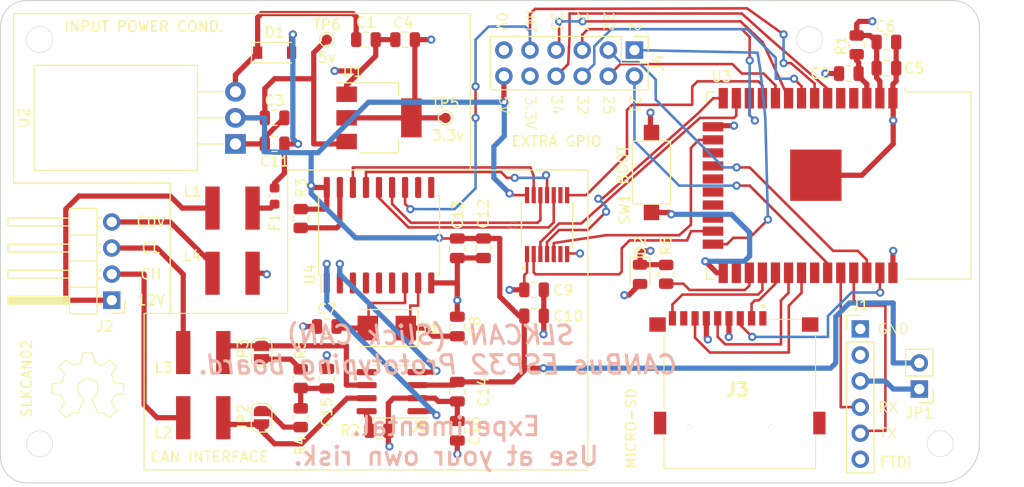
<source format=kicad_pcb>
(kicad_pcb (version 20171130) (host pcbnew "(5.1.9)-1")
  (layers (0 F.Cu signal) (1 In1.Cu signal hide) (2 In2.Cu signal hide) (31 B.Cu signal) (34 B.Paste user) (35 F.Paste user) (36 B.SilkS user) (37 F.SilkS user) (38 B.Mask user) (39 F.Mask user) (44 Edge.Cuts user))
  (net 0 "")
  (net 1 GND)
  (net 2 "Net-(C1-Pad1)")
  (net 3 "Net-(C2-Pad1)")
  (net 4 +3V3)
  (net 5 +5V)
  (net 6 "Net-(C7-Pad1)")
  (net 7 "Net-(C8-Pad1)")
  (net 8 "Net-(J1-Pad6)")
  (net 9 UART0_TXD)
  (net 10 UART0_RXD)
  (net 11 "Net-(J1-Pad3)")
  (net 12 "Net-(J1-Pad2)")
  (net 13 CAN_L)
  (net 14 CAN_H)
  (net 15 "Net-(R2-Pad1)")
  (net 16 "Net-(R3-Pad2)")
  (net 17 "Net-(SW1-Pad1)")
  (net 18 CAN_SO)
  (net 19 CAN_SI)
  (net 20 CAN_SCK)
  (net 21 CAN_*CS)
  (net 22 "Net-(U3-Pad32)")
  (net 23 CAN_*INT)
  (net 24 "Net-(U3-Pad18)")
  (net 25 "Net-(U3-Pad17)")
  (net 26 "Net-(U3-Pad5)")
  (net 27 "Net-(U3-Pad4)")
  (net 28 "Net-(U4-Pad11)")
  (net 29 "Net-(U4-Pad10)")
  (net 30 "Net-(U4-Pad6)")
  (net 31 "Net-(U4-Pad5)")
  (net 32 "Net-(U4-Pad4)")
  (net 33 "Net-(U4-Pad3)")
  (net 34 "Net-(U4-Pad2)")
  (net 35 "Net-(U4-Pad1)")
  (net 36 "Net-(U5-Pad5)")
  (net 37 "Net-(C11-Pad1)")
  (net 38 "Net-(C15-Pad1)")
  (net 39 "Net-(F1-Pad2)")
  (net 40 "Net-(J3-PadMP4)")
  (net 41 "Net-(J3-PadMP3)")
  (net 42 "Net-(J3-PadMP2)")
  (net 43 "Net-(J3-PadMP1)")
  (net 44 SD_DETECT)
  (net 45 "Net-(J3-Pad8)")
  (net 46 GPIO19_VMISO)
  (net 47 GPIO18_VCLK)
  (net 48 GPIO23_VMOSI)
  (net 49 GPIO_VCS)
  (net 50 "Net-(J3-Pad1)")
  (net 51 AUX7)
  (net 52 AUX6)
  (net 53 AUX5)
  (net 54 AUX4)
  (net 55 AUX3)
  (net 56 AUX2)
  (net 57 AUX1)
  (net 58 AUX0)
  (net 59 "Net-(JP2-Pad2)")
  (net 60 "Net-(JP3-Pad1)")
  (net 61 "Net-(R6-Pad2)")
  (net 62 GPIO15_CS)
  (net 63 "Net-(U3-Pad22)")
  (net 64 "Net-(U3-Pad21)")
  (net 65 "Net-(U3-Pad20)")
  (net 66 "Net-(U3-Pad19)")
  (net 67 GPIO13_MOSI)
  (net 68 GPIO12_MISO)
  (net 69 GPIO14_CLK)
  (net 70 GPIO26_EN)
  (net 71 "Net-(J2-Pad4)")
  (net 72 "Net-(J2-Pad3)")
  (net 73 "Net-(J2-Pad2)")
  (net 74 "Net-(J2-Pad1)")
  (net 75 "Net-(D2-Pad1)")
  (net 76 "Net-(U3-Pad26)")
  (module LSF0204PWR:SOP65P640X120-14N (layer F.Cu) (at 152.244303 90.409275 90)
    (fp_text reference U6 (at -0.595 -3.435 90) (layer F.SilkS) (effects (font (thickness 0.015))))
    (fp_text value TXS0104EPWR)
    (pad 14 smd rect (at 2.87 -1.95 90) (size 1.57 0.41) (layers F.Cu F.Paste F.Mask) (net 5 +5V))
    (pad 13 smd rect (at 2.87 -1.3 90) (size 1.57 0.41) (layers F.Cu F.Paste F.Mask) (net 21 CAN_*CS))
    (pad 12 smd rect (at 2.87 -0.65 90) (size 1.57 0.41) (layers F.Cu F.Paste F.Mask) (net 20 CAN_SCK))
    (pad 11 smd rect (at 2.87 0 90) (size 1.57 0.41) (layers F.Cu F.Paste F.Mask) (net 18 CAN_SO))
    (pad 10 smd rect (at 2.87 0.65 90) (size 1.57 0.41) (layers F.Cu F.Paste F.Mask) (net 19 CAN_SI))
    (pad 9 smd rect (at 2.87 1.3 90) (size 1.57 0.41) (layers F.Cu F.Paste F.Mask))
    (pad 8 smd rect (at 2.87 1.95 90) (size 1.57 0.41) (layers F.Cu F.Paste F.Mask) (net 70 GPIO26_EN))
    (pad 7 smd rect (at -2.87 1.95 90) (size 1.57 0.41) (layers F.Cu F.Paste F.Mask) (net 1 GND))
    (pad 6 smd rect (at -2.87 1.3 90) (size 1.57 0.41) (layers F.Cu F.Paste F.Mask))
    (pad 5 smd rect (at -2.87 0.65 90) (size 1.57 0.41) (layers F.Cu F.Paste F.Mask) (net 67 GPIO13_MOSI))
    (pad 4 smd rect (at -2.87 0 90) (size 1.57 0.41) (layers F.Cu F.Paste F.Mask) (net 68 GPIO12_MISO))
    (pad 3 smd rect (at -2.87 -0.65 90) (size 1.57 0.41) (layers F.Cu F.Paste F.Mask) (net 69 GPIO14_CLK))
    (pad 2 smd rect (at -2.87 -1.3 90) (size 1.57 0.41) (layers F.Cu F.Paste F.Mask) (net 62 GPIO15_CS))
    (pad 1 smd rect (at -2.87 -1.95 90) (size 1.57 0.41) (layers F.Cu F.Paste F.Mask) (net 4 +3V3))
  )
  (module Package_TO_SOT_THT:TO-220-3_Horizontal_TabDown (layer F.Cu) (at 121.92 82.55 90)
    (fp_text reference U2 (at 2.54 -20.58 90) (layer F.SilkS))
    (fp_text value LD1085V50)
    (pad 3 thru_hole oval (at 5.08 0 90) (size 1.905 2) (drill 1.1) (layers *.Cu *.Mask) (net 2 "Net-(C1-Pad1)"))
    (pad 2 thru_hole oval (at 2.54 0 90) (size 1.905 2) (drill 1.1) (layers *.Cu *.Mask) (net 5 +5V))
    (pad 1 thru_hole rect (at 0 0 90) (size 1.905 2) (drill 1.1) (layers *.Cu *.Mask) (net 1 GND))
    (pad "" np_thru_hole oval (at 2.54 -16.66 90) (size 3.5 3.5) (drill 3.5) (layers *.Cu *.Mask))
  )
  (module SWPA5020S105MT:SUNLORD_SWPA5020S_CZM (layer F.Cu) (at 120.956989 91.337279)
    (fp_text reference L4 (at -3.239046 2.127943) (layer F.SilkS))
    (fp_text value 15uH)
    (pad 1 smd rect (at -1.27 3.81) (size 1.4 4.2) (layers F.Cu F.Paste F.Mask) (net 71 "Net-(J2-Pad4)"))
    (pad 2 smd rect (at 2.63 3.81) (size 1.4 4.2) (layers F.Cu F.Paste F.Mask) (net 1 GND))
  )
  (module SWPA5020S105MT:SUNLORD_SWPA5020S_CZM (layer F.Cu) (at 118.11 99.06)
    (fp_text reference L3 (at -3.200492 5.276062) (layer F.SilkS))
    (fp_text value 15uH)
    (pad 1 smd rect (at -1.27 3.81) (size 1.4 4.2) (layers F.Cu F.Paste F.Mask) (net 72 "Net-(J2-Pad3)"))
    (pad 2 smd rect (at 2.63 3.81) (size 1.4 4.2) (layers F.Cu F.Paste F.Mask) (net 13 CAN_L))
  )
  (module SWPA5020S105MT:SUNLORD_SWPA5020S_CZM (layer F.Cu) (at 118.11 105.41)
    (fp_text reference L2 (at -3.230906 5.282646) (layer F.SilkS))
    (fp_text value 15uH)
    (pad 1 smd rect (at -1.27 3.81) (size 1.4 4.2) (layers F.Cu F.Paste F.Mask) (net 73 "Net-(J2-Pad2)"))
    (pad 2 smd rect (at 2.63 3.81) (size 1.4 4.2) (layers F.Cu F.Paste F.Mask) (net 14 CAN_H))
  )
  (module SWPA5020S105MT:SUNLORD_SWPA5020S_CZM (layer F.Cu) (at 120.956989 84.987279)
    (fp_text reference L1 (at -3.230906 2.19105) (layer F.SilkS))
    (fp_text value 15uH)
    (pad 1 smd rect (at -1.27 3.81) (size 1.4 4.2) (layers F.Cu F.Paste F.Mask) (net 74 "Net-(J2-Pad1)"))
    (pad 2 smd rect (at 2.63 3.81) (size 1.4 4.2) (layers F.Cu F.Paste F.Mask) (net 39 "Net-(F1-Pad2)"))
  )
  (module Crystal:Crystal_SMD_5032-2Pin_5.0x3.2mm (layer F.Cu) (at 136.652821 100.487227 180)
    (fp_text reference Y1 (at -4.210743 -0.032603) (layer F.SilkS))
    (fp_text value 8Mhz)
    (pad 2 smd rect (at 1.85 0 180) (size 2 2.4) (layers F.Cu F.Paste F.Mask) (net 6 "Net-(C7-Pad1)"))
    (pad 1 smd rect (at -1.85 0 180) (size 2 2.4) (layers F.Cu F.Paste F.Mask) (net 7 "Net-(C8-Pad1)"))
  )
  (module Package_SO:SOIC-8_3.9x4.9mm_P1.27mm (layer F.Cu) (at 137.16 106.68 180)
    (fp_text reference U5 (at -2.54 -3.4) (layer F.SilkS))
    (fp_text value MCP2551-I-SN)
    (pad 8 smd roundrect (at 2.475 -1.905 180) (size 1.95 0.6) (layers F.Cu F.Paste F.Mask) (net 15 "Net-(R2-Pad1)"))
    (pad 7 smd roundrect (at 2.475 -0.635 180) (size 1.95 0.6) (layers F.Cu F.Paste F.Mask) (net 14 CAN_H))
    (pad 6 smd roundrect (at 2.475 0.635 180) (size 1.95 0.6) (layers F.Cu F.Paste F.Mask) (net 13 CAN_L))
    (pad 5 smd roundrect (at 2.475 1.905 180) (size 1.95 0.6) (layers F.Cu F.Paste F.Mask) (net 36 "Net-(U5-Pad5)"))
    (pad 4 smd roundrect (at -2.475 1.905 180) (size 1.95 0.6) (layers F.Cu F.Paste F.Mask) (net 34 "Net-(U4-Pad2)"))
    (pad 3 smd roundrect (at -2.475 0.635 180) (size 1.95 0.6) (layers F.Cu F.Paste F.Mask) (net 5 +5V))
    (pad 2 smd roundrect (at -2.475 -0.635 180) (size 1.95 0.6) (layers F.Cu F.Paste F.Mask) (net 1 GND))
    (pad 1 smd roundrect (at -2.475 -1.905 180) (size 1.95 0.6) (layers F.Cu F.Paste F.Mask) (net 35 "Net-(U4-Pad1)"))
  )
  (module Package_SO:SOIC-18W_7.5x11.6mm_P1.27mm (layer F.Cu) (at 135.89 91.44 90)
    (fp_text reference U4 (at -3.81 -6.72 90) (layer F.SilkS))
    (fp_text value MCP2515-xSO)
    (pad 18 smd roundrect (at 4.65 -5.08 90) (size 2.05 0.6) (layers F.Cu F.Paste F.Mask) (net 5 +5V))
    (pad 17 smd roundrect (at 4.65 -3.81 90) (size 2.05 0.6) (layers F.Cu F.Paste F.Mask) (net 16 "Net-(R3-Pad2)"))
    (pad 16 smd roundrect (at 4.65 -2.54 90) (size 2.05 0.6) (layers F.Cu F.Paste F.Mask) (net 21 CAN_*CS))
    (pad 15 smd roundrect (at 4.65 -1.27 90) (size 2.05 0.6) (layers F.Cu F.Paste F.Mask) (net 18 CAN_SO))
    (pad 14 smd roundrect (at 4.65 0 90) (size 2.05 0.6) (layers F.Cu F.Paste F.Mask) (net 19 CAN_SI))
    (pad 13 smd roundrect (at 4.65 1.27 90) (size 2.05 0.6) (layers F.Cu F.Paste F.Mask) (net 20 CAN_SCK))
    (pad 12 smd roundrect (at 4.65 2.54 90) (size 2.05 0.6) (layers F.Cu F.Paste F.Mask) (net 23 CAN_*INT))
    (pad 11 smd roundrect (at 4.65 3.81 90) (size 2.05 0.6) (layers F.Cu F.Paste F.Mask) (net 28 "Net-(U4-Pad11)"))
    (pad 10 smd roundrect (at 4.65 5.08 90) (size 2.05 0.6) (layers F.Cu F.Paste F.Mask) (net 29 "Net-(U4-Pad10)"))
    (pad 9 smd roundrect (at -4.65 5.08 90) (size 2.05 0.6) (layers F.Cu F.Paste F.Mask) (net 1 GND))
    (pad 8 smd roundrect (at -4.65 3.81 90) (size 2.05 0.6) (layers F.Cu F.Paste F.Mask) (net 7 "Net-(C8-Pad1)"))
    (pad 7 smd roundrect (at -4.65 2.54 90) (size 2.05 0.6) (layers F.Cu F.Paste F.Mask) (net 6 "Net-(C7-Pad1)"))
    (pad 6 smd roundrect (at -4.65 1.27 90) (size 2.05 0.6) (layers F.Cu F.Paste F.Mask) (net 30 "Net-(U4-Pad6)"))
    (pad 5 smd roundrect (at -4.65 0 90) (size 2.05 0.6) (layers F.Cu F.Paste F.Mask) (net 31 "Net-(U4-Pad5)"))
    (pad 4 smd roundrect (at -4.65 -1.27 90) (size 2.05 0.6) (layers F.Cu F.Paste F.Mask) (net 32 "Net-(U4-Pad4)"))
    (pad 3 smd roundrect (at -4.65 -2.54 90) (size 2.05 0.6) (layers F.Cu F.Paste F.Mask) (net 33 "Net-(U4-Pad3)"))
    (pad 2 smd roundrect (at -4.65 -3.81 90) (size 2.05 0.6) (layers F.Cu F.Paste F.Mask) (net 34 "Net-(U4-Pad2)"))
    (pad 1 smd roundrect (at -4.65 -5.08 90) (size 2.05 0.6) (layers F.Cu F.Paste F.Mask) (net 35 "Net-(U4-Pad1)"))
  )
  (module RF_Module:ESP32-WROOM-32 (layer F.Cu) (at 177.644303 86.599275 270)
    (fp_text reference U3 (at -10.61 8.43) (layer F.SilkS))
    (fp_text value ESP32-WROOM-32)
    (pad 38 smd rect (at 8.5 -8.255 270) (size 2 0.9) (layers F.Cu F.Paste F.Mask) (net 1 GND))
    (pad 37 smd rect (at 8.5 -6.985 270) (size 2 0.9) (layers F.Cu F.Paste F.Mask) (net 48 GPIO23_VMOSI))
    (pad 36 smd rect (at 8.5 -5.715 270) (size 2 0.9) (layers F.Cu F.Paste F.Mask) (net 56 AUX2))
    (pad 35 smd rect (at 8.5 -4.445 270) (size 2 0.9) (layers F.Cu F.Paste F.Mask) (net 9 UART0_TXD))
    (pad 34 smd rect (at 8.5 -3.175 270) (size 2 0.9) (layers F.Cu F.Paste F.Mask) (net 10 UART0_RXD))
    (pad 33 smd rect (at 8.5 -1.905 270) (size 2 0.9) (layers F.Cu F.Paste F.Mask) (net 57 AUX1))
    (pad 32 smd rect (at 8.5 -0.635 270) (size 2 0.9) (layers F.Cu F.Paste F.Mask) (net 22 "Net-(U3-Pad32)"))
    (pad 31 smd rect (at 8.5 0.635 270) (size 2 0.9) (layers F.Cu F.Paste F.Mask) (net 46 GPIO19_VMISO))
    (pad 30 smd rect (at 8.5 1.905 270) (size 2 0.9) (layers F.Cu F.Paste F.Mask) (net 47 GPIO18_VCLK))
    (pad 29 smd rect (at 8.5 3.175 270) (size 2 0.9) (layers F.Cu F.Paste F.Mask) (net 49 GPIO_VCS))
    (pad 28 smd rect (at 8.5 4.445 270) (size 2 0.9) (layers F.Cu F.Paste F.Mask) (net 44 SD_DETECT))
    (pad 27 smd rect (at 8.5 5.715 270) (size 2 0.9) (layers F.Cu F.Paste F.Mask) (net 61 "Net-(R6-Pad2)"))
    (pad 26 smd rect (at 8.5 6.985 270) (size 2 0.9) (layers F.Cu F.Paste F.Mask) (net 76 "Net-(U3-Pad26)"))
    (pad 25 smd rect (at 8.5 8.255 270) (size 2 0.9) (layers F.Cu F.Paste F.Mask) (net 17 "Net-(SW1-Pad1)"))
    (pad 24 smd rect (at 5.715 9.255) (size 2 0.9) (layers F.Cu F.Paste F.Mask) (net 58 AUX0))
    (pad 23 smd rect (at 4.445 9.255) (size 2 0.9) (layers F.Cu F.Paste F.Mask) (net 62 GPIO15_CS))
    (pad 22 smd rect (at 3.175 9.255) (size 2 0.9) (layers F.Cu F.Paste F.Mask) (net 63 "Net-(U3-Pad22)"))
    (pad 21 smd rect (at 1.905 9.255) (size 2 0.9) (layers F.Cu F.Paste F.Mask) (net 64 "Net-(U3-Pad21)"))
    (pad 20 smd rect (at 0.635 9.255) (size 2 0.9) (layers F.Cu F.Paste F.Mask) (net 65 "Net-(U3-Pad20)"))
    (pad 19 smd rect (at -0.635 9.255) (size 2 0.9) (layers F.Cu F.Paste F.Mask) (net 66 "Net-(U3-Pad19)"))
    (pad 18 smd rect (at -1.905 9.255) (size 2 0.9) (layers F.Cu F.Paste F.Mask) (net 24 "Net-(U3-Pad18)"))
    (pad 17 smd rect (at -3.175 9.255) (size 2 0.9) (layers F.Cu F.Paste F.Mask) (net 25 "Net-(U3-Pad17)"))
    (pad 16 smd rect (at -4.445 9.255) (size 2 0.9) (layers F.Cu F.Paste F.Mask) (net 67 GPIO13_MOSI))
    (pad 15 smd rect (at -5.715 9.255) (size 2 0.9) (layers F.Cu F.Paste F.Mask) (net 1 GND))
    (pad 14 smd rect (at -8.5 8.255 270) (size 2 0.9) (layers F.Cu F.Paste F.Mask) (net 68 GPIO12_MISO))
    (pad 13 smd rect (at -8.5 6.985 270) (size 2 0.9) (layers F.Cu F.Paste F.Mask) (net 69 GPIO14_CLK))
    (pad 12 smd rect (at -8.5 5.715 270) (size 2 0.9) (layers F.Cu F.Paste F.Mask) (net 54 AUX4))
    (pad 11 smd rect (at -8.5 4.445 270) (size 2 0.9) (layers F.Cu F.Paste F.Mask) (net 70 GPIO26_EN))
    (pad 10 smd rect (at -8.5 3.175 270) (size 2 0.9) (layers F.Cu F.Paste F.Mask) (net 55 AUX3))
    (pad 9 smd rect (at -8.5 1.905 270) (size 2 0.9) (layers F.Cu F.Paste F.Mask) (net 52 AUX6))
    (pad 8 smd rect (at -8.5 0.635 270) (size 2 0.9) (layers F.Cu F.Paste F.Mask) (net 53 AUX5))
    (pad 7 smd rect (at -8.5 -0.635 270) (size 2 0.9) (layers F.Cu F.Paste F.Mask) (net 23 CAN_*INT))
    (pad 6 smd rect (at -8.5 -1.905 270) (size 2 0.9) (layers F.Cu F.Paste F.Mask) (net 51 AUX7))
    (pad 5 smd rect (at -8.5 -3.175 270) (size 2 0.9) (layers F.Cu F.Paste F.Mask) (net 26 "Net-(U3-Pad5)"))
    (pad 4 smd rect (at -8.5 -4.445 270) (size 2 0.9) (layers F.Cu F.Paste F.Mask) (net 27 "Net-(U3-Pad4)"))
    (pad 3 smd rect (at -8.5 -5.715 270) (size 2 0.9) (layers F.Cu F.Paste F.Mask) (net 3 "Net-(C2-Pad1)"))
    (pad 2 smd rect (at -8.5 -6.985 270) (size 2 0.9) (layers F.Cu F.Paste F.Mask) (net 4 +3V3))
    (pad 1 smd rect (at -8.5 -8.255 270) (size 2 0.9) (layers F.Cu F.Paste F.Mask) (net 1 GND))
    (pad 39 smd rect (at -1 -0.755 270) (size 5 5) (layers F.Cu F.Paste F.Mask) (net 1 GND))
  )
  (module Package_TO_SOT_SMD:SOT-223-3_TabPin2 (layer F.Cu) (at 135.89 80.01)
    (fp_text reference U1 (at -2.54 -4.5) (layer F.SilkS))
    (fp_text value AMS1117-3.3)
    (pad 1 smd rect (at -3.15 -2.3) (size 2 1.5) (layers F.Cu F.Paste F.Mask) (net 1 GND))
    (pad 3 smd rect (at -3.15 2.3) (size 2 1.5) (layers F.Cu F.Paste F.Mask) (net 5 +5V))
    (pad 2 smd rect (at -3.15 0) (size 2 1.5) (layers F.Cu F.Paste F.Mask) (net 4 +3V3))
    (pad 2 smd rect (at 3.15 0) (size 2 3.8) (layers F.Cu F.Paste F.Mask) (net 4 +3V3))
  )
  (module TestPoint:TestPoint_Pad_D1.0mm (layer F.Cu) (at 130.81 72.39)
    (fp_text reference TP6 (at 0 -1.448) (layer F.SilkS))
    (fp_text value "5v Supply TP")
    (pad 1 smd circle (at 0 0) (size 1 1) (layers F.Cu F.Mask) (net 5 +5V))
  )
  (module TestPoint:TestPoint_Pad_D1.0mm (layer F.Cu) (at 142.3693 80.017252)
    (fp_text reference TP5 (at 0 -1.448) (layer F.SilkS))
    (fp_text value "3.3v Supply TP")
    (pad 1 smd circle (at 0 0) (size 1 1) (layers F.Cu F.Mask) (net 4 +3V3))
  )
  (module Button_Switch_SMD:SW_SPST_CK_RS282G05A3 (layer F.Cu) (at 162.404303 85.329275 90)
    (fp_text reference SW1 (at -3.570725 -2.6 90) (layer F.SilkS))
    (fp_text value SW_Push)
    (pad 2 smd rect (at 3.9 0 90) (size 1.5 1.5) (layers F.Cu F.Paste F.Mask) (net 1 GND))
    (pad 1 smd rect (at -3.9 0 90) (size 1.5 1.5) (layers F.Cu F.Paste F.Mask) (net 17 "Net-(SW1-Pad1)"))
  )
  (module Resistor_SMD:R_0805_2012Metric (layer F.Cu) (at 163.83 95.25 270)
    (fp_text reference R6 (at -2.794 0 90) (layer F.SilkS))
    (fp_text value 1k)
    (pad 2 smd roundrect (at 0.9125 0 270) (size 1.025 1.4) (layers F.Cu F.Paste F.Mask) (roundrect_rratio 0.2439004878048781) (net 61 "Net-(R6-Pad2)"))
    (pad 1 smd roundrect (at -0.9125 0 270) (size 1.025 1.4) (layers F.Cu F.Paste F.Mask) (roundrect_rratio 0.2439004878048781) (net 75 "Net-(D2-Pad1)"))
  )
  (module Resistor_SMD:R_0805_2012Metric (layer F.Cu) (at 128.27 105.41 270)
    (fp_text reference R5 (at -2.826631 0.00894 90) (layer F.SilkS))
    (fp_text value 60)
    (pad 2 smd roundrect (at 0.9125 0 270) (size 1.025 1.4) (layers F.Cu F.Paste F.Mask) (roundrect_rratio 0.2439004878048781) (net 38 "Net-(C15-Pad1)"))
    (pad 1 smd roundrect (at -0.9125 0 270) (size 1.025 1.4) (layers F.Cu F.Paste F.Mask) (roundrect_rratio 0.2439004878048781) (net 60 "Net-(JP3-Pad1)"))
  )
  (module Resistor_SMD:R_0805_2012Metric (layer F.Cu) (at 128.27 109.22 270)
    (fp_text reference R4 (at 2.724859 0.026341 90) (layer F.SilkS))
    (fp_text value 60)
    (pad 2 smd roundrect (at 0.9125 0 270) (size 1.025 1.4) (layers F.Cu F.Paste F.Mask) (roundrect_rratio 0.2439004878048781) (net 59 "Net-(JP2-Pad2)"))
    (pad 1 smd roundrect (at -0.9125 0 270) (size 1.025 1.4) (layers F.Cu F.Paste F.Mask) (roundrect_rratio 0.2439004878048781) (net 38 "Net-(C15-Pad1)"))
  )
  (module Resistor_SMD:R_0805_2012Metric (layer F.Cu) (at 128.27 89.8125 270)
    (fp_text reference R3 (at -2.984911 -0.057791 90) (layer F.SilkS))
    (fp_text value 10k)
    (pad 2 smd roundrect (at 0.9125 0 270) (size 1.025 1.4) (layers F.Cu F.Paste F.Mask) (roundrect_rratio 0.2439004878048781) (net 16 "Net-(R3-Pad2)"))
    (pad 1 smd roundrect (at -0.9125 0 270) (size 1.025 1.4) (layers F.Cu F.Paste F.Mask) (roundrect_rratio 0.2439004878048781) (net 5 +5V))
  )
  (module Resistor_SMD:R_0805_2012Metric (layer F.Cu) (at 135.89 110.49)
    (fp_text reference R2 (at -2.808991 -0.023948) (layer F.SilkS))
    (fp_text value 10k)
    (pad 2 smd roundrect (at 0.9125 0) (size 1.025 1.4) (layers F.Cu F.Paste F.Mask) (roundrect_rratio 0.2439004878048781) (net 1 GND))
    (pad 1 smd roundrect (at -0.9125 0) (size 1.025 1.4) (layers F.Cu F.Paste F.Mask) (roundrect_rratio 0.2439004878048781) (net 15 "Net-(R2-Pad1)"))
  )
  (module Resistor_SMD:R_0805_2012Metric (layer F.Cu) (at 182.372 72.898 270)
    (fp_text reference R1 (at 0.047325 1.524 90) (layer F.SilkS))
    (fp_text value 10k)
    (pad 2 smd roundrect (at 0.9125 0 270) (size 1.025 1.4) (layers F.Cu F.Paste F.Mask) (roundrect_rratio 0.2439004878048781) (net 3 "Net-(C2-Pad1)"))
    (pad 1 smd roundrect (at -0.9125 0 270) (size 1.025 1.4) (layers F.Cu F.Paste F.Mask) (roundrect_rratio 0.2439004878048781) (net 4 +3V3))
  )
  (module Jumper:SolderJumper-2_P1.3mm_Open_RoundedPad1.0x1.5mm (layer F.Cu) (at 124.46 102.87 90)
    (fp_text reference JP3 (at 0 -1.8 90) (layer F.SilkS))
    (fp_text value Jumper_NO_Small)
    (pad 2 smd custom (at 0.65 0 90) (size 1 0.5) (layers F.Cu F.Mask) (net 13 CAN_L) (options (clearance outline) (anchor rect)) (primitives (gr_circle (center 0 0.25) (end 0.5 0.25) (width 0)) (gr_circle (center 0 -0.25) (end 0.5 -0.25) (width 0)) (gr_poly (pts (xy 0 -0.75) (xy -0.5 -0.75) (xy -0.5 0.75) (xy 0 0.75)) (width 0))))
    (pad 1 smd custom (at -0.65 0 90) (size 1 0.5) (layers F.Cu F.Mask) (net 60 "Net-(JP3-Pad1)") (options (clearance outline) (anchor rect)) (primitives (gr_circle (center 0 0.25) (end 0.5 0.25) (width 0)) (gr_circle (center 0 -0.25) (end 0.5 -0.25) (width 0)) (gr_poly (pts (xy 0 -0.75) (xy 0.5 -0.75) (xy 0.5 0.75) (xy 0 0.75)) (width 0))))
  )
  (module Jumper:SolderJumper-2_P1.3mm_Open_RoundedPad1.0x1.5mm (layer F.Cu) (at 124.46 109.22 90)
    (fp_text reference JP2 (at 0 -1.8 90) (layer F.SilkS))
    (fp_text value Jumper_NO_Small)
    (pad 2 smd custom (at 0.65 0 90) (size 1 0.5) (layers F.Cu F.Mask) (net 59 "Net-(JP2-Pad2)") (options (clearance outline) (anchor rect)) (primitives (gr_circle (center 0 0.25) (end 0.5 0.25) (width 0)) (gr_circle (center 0 -0.25) (end 0.5 -0.25) (width 0)) (gr_poly (pts (xy 0 -0.75) (xy -0.5 -0.75) (xy -0.5 0.75) (xy 0 0.75)) (width 0))))
    (pad 1 smd custom (at -0.65 0 90) (size 1 0.5) (layers F.Cu F.Mask) (net 14 CAN_H) (options (clearance outline) (anchor rect)) (primitives (gr_circle (center 0 0.25) (end 0.5 0.25) (width 0)) (gr_circle (center 0 -0.25) (end 0.5 -0.25) (width 0)) (gr_poly (pts (xy 0 -0.75) (xy 0.5 -0.75) (xy 0.5 0.75) (xy 0 0.75)) (width 0))))
  )
  (module Connector_PinHeader_2.54mm:PinHeader_1x02_P2.54mm_Vertical (layer F.Cu) (at 188.468 106.426 180)
    (fp_text reference JP1 (at 0 -2.33) (layer F.SilkS))
    (fp_text value "FTDI VDD DISCON")
    (pad 2 thru_hole oval (at 0 2.54 180) (size 1.7 1.7) (drill 1) (layers *.Cu *.Mask) (net 5 +5V))
    (pad 1 thru_hole rect (at 0 0 180) (size 1.7 1.7) (drill 1) (layers *.Cu *.Mask) (net 11 "Net-(J1-Pad3)"))
  )
  (module Connector_PinHeader_2.54mm:PinHeader_2x06_P2.54mm_Vertical (layer F.Cu) (at 160.744993 73.406495 270)
    (fp_text reference J4 (at 1.27 -2.33 90) (layer F.SilkS))
    (fp_text value AUX)
    (pad 12 thru_hole oval (at 2.54 12.7 270) (size 1.7 1.7) (drill 1) (layers *.Cu *.Mask) (net 5 +5V))
    (pad 11 thru_hole oval (at 0 12.7 270) (size 1.7 1.7) (drill 1) (layers *.Cu *.Mask) (net 1 GND))
    (pad 10 thru_hole oval (at 2.54 10.16 270) (size 1.7 1.7) (drill 1) (layers *.Cu *.Mask) (net 4 +3V3))
    (pad 9 thru_hole oval (at 0 10.16 270) (size 1.7 1.7) (drill 1) (layers *.Cu *.Mask) (net 23 CAN_*INT))
    (pad 8 thru_hole oval (at 2.54 7.62 270) (size 1.7 1.7) (drill 1) (layers *.Cu *.Mask) (net 51 AUX7))
    (pad 7 thru_hole oval (at 0 7.62 270) (size 1.7 1.7) (drill 1) (layers *.Cu *.Mask) (net 52 AUX6))
    (pad 6 thru_hole oval (at 2.54 5.08 270) (size 1.7 1.7) (drill 1) (layers *.Cu *.Mask) (net 53 AUX5))
    (pad 5 thru_hole oval (at 0 5.08 270) (size 1.7 1.7) (drill 1) (layers *.Cu *.Mask) (net 54 AUX4))
    (pad 4 thru_hole oval (at 2.54 2.54 270) (size 1.7 1.7) (drill 1) (layers *.Cu *.Mask) (net 55 AUX3))
    (pad 3 thru_hole oval (at 0 2.54 270) (size 1.7 1.7) (drill 1) (layers *.Cu *.Mask) (net 56 AUX2))
    (pad 2 thru_hole oval (at 2.54 0 270) (size 1.7 1.7) (drill 1) (layers *.Cu *.Mask) (net 57 AUX1))
    (pad 1 thru_hole rect (at 0 0 270) (size 1.7 1.7) (drill 1) (layers *.Cu *.Mask) (net 58 AUX0))
  )
  (module TF-15X15:TF15X15 (layer F.Cu) (at 170.769689 106.490283)
    (fp_text reference J3 (at 0 0) (layer F.SilkS) (effects (font (size 1.27 1.27) (thickness 0.254))))
    (fp_text value TF-15X15 hide)
    (pad MP4 smd rect (at 7.975 3.25) (size 1.2 2.2) (layers F.Cu F.Paste F.Mask) (net 40 "Net-(J3-PadMP4)"))
    (pad MP3 smd rect (at -7.525 3.25) (size 1.2 2.2) (layers F.Cu F.Paste F.Mask) (net 41 "Net-(J3-PadMP3)"))
    (pad MP2 smd rect (at 7.075 -6.35 90) (size 1.4 1.6) (layers F.Cu F.Paste F.Mask) (net 42 "Net-(J3-PadMP2)"))
    (pad MP1 smd rect (at -7.775 -6.35 90) (size 1.4 1.6) (layers F.Cu F.Paste F.Mask) (net 43 "Net-(J3-PadMP1)"))
    (pad 15 thru_hole circle (at 3.275 3.65 90) (size 0.45 0.45) (drill 0.9) (layers *.Cu *.Mask F.SilkS))
    (pad 14 thru_hole circle (at -4.725 3.65 90) (size 0.45 0.45) (drill 0.9) (layers *.Cu *.Mask F.SilkS))
    (pad 9 smd rect (at -6.325 -6.95) (size 0.7 1.4) (layers F.Cu F.Paste F.Mask) (net 44 SD_DETECT))
    (pad 8 smd rect (at -5.225 -6.95) (size 0.7 1.4) (layers F.Cu F.Paste F.Mask) (net 45 "Net-(J3-Pad8)"))
    (pad 7 smd rect (at -4.125 -6.95) (size 0.7 1.4) (layers F.Cu F.Paste F.Mask) (net 46 GPIO19_VMISO))
    (pad 6 smd rect (at -3.025 -6.95) (size 0.7 1.4) (layers F.Cu F.Paste F.Mask) (net 1 GND))
    (pad 5 smd rect (at -1.925 -6.95) (size 0.7 1.4) (layers F.Cu F.Paste F.Mask) (net 47 GPIO18_VCLK))
    (pad 4 smd rect (at -0.825 -6.95) (size 0.7 1.4) (layers F.Cu F.Paste F.Mask) (net 4 +3V3))
    (pad 3 smd rect (at 0.275 -6.95) (size 0.7 1.4) (layers F.Cu F.Paste F.Mask) (net 48 GPIO23_VMOSI))
    (pad 2 smd rect (at 1.375 -6.95) (size 0.7 1.4) (layers F.Cu F.Paste F.Mask) (net 49 GPIO_VCS))
    (pad 1 smd rect (at 2.475 -6.95) (size 0.7 1.4) (layers F.Cu F.Paste F.Mask) (net 50 "Net-(J3-Pad1)"))
  )
  (module Connector_PinHeader_2.54mm:PinHeader_1x04_P2.54mm_Horizontal (layer F.Cu) (at 109.883783 97.772253 180)
    (fp_text reference J2 (at 0.663783 -2.557747) (layer F.SilkS))
    (fp_text value "POWER & CAN")
    (pad 4 thru_hole oval (at 0 7.62 180) (size 1.7 1.7) (drill 1) (layers *.Cu *.Mask) (net 71 "Net-(J2-Pad4)"))
    (pad 3 thru_hole oval (at 0 5.08 180) (size 1.7 1.7) (drill 1) (layers *.Cu *.Mask) (net 72 "Net-(J2-Pad3)"))
    (pad 2 thru_hole oval (at 0 2.54 180) (size 1.7 1.7) (drill 1) (layers *.Cu *.Mask) (net 73 "Net-(J2-Pad2)"))
    (pad 1 thru_hole rect (at 0 0 180) (size 1.7 1.7) (drill 1) (layers *.Cu *.Mask) (net 74 "Net-(J2-Pad1)"))
  )
  (module Connector_PinHeader_2.54mm:PinHeader_1x06_P2.54mm_Vertical (layer F.Cu) (at 182.724303 100.569275)
    (fp_text reference J1 (at 0 -2.33) (layer F.SilkS))
    (fp_text value FTDI (at 3.457697 12.968725) (layer F.SilkS))
    (pad 6 thru_hole oval (at 0 12.7) (size 1.7 1.7) (drill 1) (layers *.Cu *.Mask) (net 8 "Net-(J1-Pad6)"))
    (pad 5 thru_hole oval (at 0 10.16) (size 1.7 1.7) (drill 1) (layers *.Cu *.Mask) (net 9 UART0_TXD))
    (pad 4 thru_hole oval (at 0 7.62) (size 1.7 1.7) (drill 1) (layers *.Cu *.Mask) (net 10 UART0_RXD))
    (pad 3 thru_hole oval (at 0 5.08) (size 1.7 1.7) (drill 1) (layers *.Cu *.Mask) (net 11 "Net-(J1-Pad3)"))
    (pad 2 thru_hole oval (at 0 2.54) (size 1.7 1.7) (drill 1) (layers *.Cu *.Mask) (net 12 "Net-(J1-Pad2)"))
    (pad 1 thru_hole rect (at 0 0) (size 1.7 1.7) (drill 1) (layers *.Cu *.Mask) (net 1 GND))
  )
  (module Fuse:Fuse_0603_1608Metric (layer F.Cu) (at 125.73 87.63 270)
    (fp_text reference F1 (at 2.54 0 90) (layer F.SilkS))
    (fp_text value 300mA)
    (pad 2 smd roundrect (at 0.7875 0 270) (size 0.875 0.95) (layers F.Cu F.Paste F.Mask) (net 39 "Net-(F1-Pad2)"))
    (pad 1 smd roundrect (at -0.7875 0 270) (size 0.875 0.95) (layers F.Cu F.Paste F.Mask) (net 37 "Net-(C11-Pad1)"))
  )
  (module LED_SMD:LED_0805_2012Metric (layer F.Cu) (at 161.29 95.25 270)
    (fp_text reference D2 (at -2.754101 -0.036662 90) (layer F.SilkS))
    (fp_text value LED)
    (pad 2 smd roundrect (at 0.9375 0 270) (size 0.975 1.4) (layers F.Cu F.Paste F.Mask) (net 4 +3V3))
    (pad 1 smd roundrect (at -0.9375 0 270) (size 0.975 1.4) (layers F.Cu F.Paste F.Mask) (net 75 "Net-(D2-Pad1)"))
  )
  (module Diode_SMD:D_SOD-123 (layer F.Cu) (at 125.73 73.66)
    (fp_text reference D1 (at 0 -2) (layer F.SilkS))
    (fp_text value 1N5817)
    (pad 2 smd rect (at 1.65 0) (size 0.9 1.2) (layers F.Cu F.Paste F.Mask) (net 37 "Net-(C11-Pad1)"))
    (pad 1 smd rect (at -1.65 0) (size 0.9 1.2) (layers F.Cu F.Paste F.Mask) (net 2 "Net-(C1-Pad1)"))
  )
  (module Capacitor_SMD:C_0805_2012Metric (layer F.Cu) (at 143.51 110.49 270)
    (fp_text reference C16 (at 0 -1.68 90) (layer F.SilkS))
    (fp_text value 0.1uF)
    (pad 2 smd roundrect (at 0.95 0 270) (size 1 1.45) (layers F.Cu F.Paste F.Mask) (net 4 +3V3))
    (pad 1 smd roundrect (at -0.95 0 270) (size 1 1.45) (layers F.Cu F.Paste F.Mask) (net 1 GND))
  )
  (module Capacitor_SMD:C_0805_2012Metric (layer F.Cu) (at 130.81 105.41 90)
    (fp_text reference C15 (at -3.263558 0.008939 90) (layer F.SilkS))
    (fp_text value 150pF)
    (pad 2 smd roundrect (at 0.95 0 90) (size 1 1.45) (layers F.Cu F.Paste F.Mask) (net 1 GND))
    (pad 1 smd roundrect (at -0.95 0 90) (size 1 1.45) (layers F.Cu F.Paste F.Mask) (net 38 "Net-(C15-Pad1)"))
  )
  (module Capacitor_SMD:C_0805_2012Metric (layer F.Cu) (at 143.51 106.68 90)
    (fp_text reference C14 (at 0 2.54 90) (layer F.SilkS))
    (fp_text value 150pF)
    (pad 2 smd roundrect (at 0.95 0 90) (size 1 1.45) (layers F.Cu F.Paste F.Mask) (net 5 +5V))
    (pad 1 smd roundrect (at -0.95 0 90) (size 1 1.45) (layers F.Cu F.Paste F.Mask) (net 1 GND))
  )
  (module Capacitor_SMD:C_0805_2012Metric (layer F.Cu) (at 143.51 92.71 90)
    (fp_text reference C13 (at 3.280241 0.043262 90) (layer F.SilkS))
    (fp_text value 0.1uF)
    (pad 2 smd roundrect (at 0.95 0 90) (size 1 1.45) (layers F.Cu F.Paste F.Mask) (net 5 +5V))
    (pad 1 smd roundrect (at -0.95 0 90) (size 1 1.45) (layers F.Cu F.Paste F.Mask) (net 1 GND))
  )
  (module Capacitor_SMD:C_0805_2012Metric (layer F.Cu) (at 146.05 92.71 90)
    (fp_text reference C12 (at 3.349843 -0.008461 90) (layer F.SilkS))
    (fp_text value 0.1uF)
    (pad 2 smd roundrect (at 0.95 0 90) (size 1 1.45) (layers F.Cu F.Paste F.Mask) (net 5 +5V))
    (pad 1 smd roundrect (at -0.95 0 90) (size 1 1.45) (layers F.Cu F.Paste F.Mask) (net 1 GND))
  )
  (module Capacitor_SMD:C_0805_2012Metric (layer F.Cu) (at 125.73 82.55 180)
    (fp_text reference C11 (at 0 -1.68) (layer F.SilkS))
    (fp_text value 0.1uF)
    (pad 2 smd roundrect (at 0.95 0 180) (size 1 1.45) (layers F.Cu F.Paste F.Mask) (net 1 GND))
    (pad 1 smd roundrect (at -0.95 0 180) (size 1 1.45) (layers F.Cu F.Paste F.Mask) (net 37 "Net-(C11-Pad1)"))
  )
  (module Capacitor_SMD:C_0805_2012Metric (layer F.Cu) (at 150.974303 99.299275 180)
    (fp_text reference C10 (at -3.330913 -0.02028) (layer F.SilkS))
    (fp_text value 0.1uF)
    (pad 2 smd roundrect (at 0.95 0 180) (size 1 1.45) (layers F.Cu F.Paste F.Mask) (net 5 +5V))
    (pad 1 smd roundrect (at -0.95 0 180) (size 1 1.45) (layers F.Cu F.Paste F.Mask) (net 1 GND))
  )
  (module Capacitor_SMD:C_0805_2012Metric (layer F.Cu) (at 150.974303 96.759275 180)
    (fp_text reference C9 (at -2.846675 -0.025757) (layer F.SilkS))
    (fp_text value 0.1uF)
    (pad 2 smd roundrect (at 0.95 0 180) (size 1 1.45) (layers F.Cu F.Paste F.Mask) (net 4 +3V3))
    (pad 1 smd roundrect (at -0.95 0 180) (size 1 1.45) (layers F.Cu F.Paste F.Mask) (net 1 GND))
  )
  (module Capacitor_SMD:C_0805_2012Metric (layer F.Cu) (at 143.51 100.33 90)
    (fp_text reference C8 (at 0.023291 1.727287 90) (layer F.SilkS))
    (fp_text value 22pF)
    (pad 2 smd roundrect (at 0.95 0 90) (size 1 1.45) (layers F.Cu F.Paste F.Mask) (net 1 GND))
    (pad 1 smd roundrect (at -0.95 0 90) (size 1 1.45) (layers F.Cu F.Paste F.Mask) (net 7 "Net-(C8-Pad1)"))
  )
  (module Capacitor_SMD:C_0805_2012Metric (layer F.Cu) (at 130.81 100.33 180)
    (fp_text reference C7 (at -0.010128 1.705677) (layer F.SilkS))
    (fp_text value 22pF)
    (pad 2 smd roundrect (at 0.95 0 180) (size 1 1.45) (layers F.Cu F.Paste F.Mask) (net 1 GND))
    (pad 1 smd roundrect (at -0.95 0 180) (size 1 1.45) (layers F.Cu F.Paste F.Mask) (net 6 "Net-(C7-Pad1)"))
  )
  (module Capacitor_SMD:C_0805_2012Metric (layer F.Cu) (at 185.264303 72.629275 180)
    (fp_text reference C6 (at 0.098303 1.509275) (layer F.SilkS))
    (fp_text value 0.1uF)
    (pad 2 smd roundrect (at 0.95 0 180) (size 1 1.45) (layers F.Cu F.Paste F.Mask) (net 4 +3V3))
    (pad 1 smd roundrect (at -0.95 0 180) (size 1 1.45) (layers F.Cu F.Paste F.Mask) (net 1 GND))
  )
  (module Capacitor_SMD:C_0805_2012Metric (layer F.Cu) (at 185.264303 75.169275 180)
    (fp_text reference C5 (at -2.695697 0) (layer F.SilkS))
    (fp_text value 10uF)
    (pad 2 smd roundrect (at 0.95 0 180) (size 1 1.45) (layers F.Cu F.Paste F.Mask) (net 4 +3V3))
    (pad 1 smd roundrect (at -0.95 0 180) (size 1 1.45) (layers F.Cu F.Paste F.Mask) (net 1 GND))
  )
  (module Capacitor_SMD:C_0805_2012Metric (layer F.Cu) (at 138.43 72.39 180)
    (fp_text reference C4 (at 0.169999 1.625452) (layer F.SilkS))
    (fp_text value 10uF)
    (pad 2 smd roundrect (at 0.95 0 180) (size 1 1.45) (layers F.Cu F.Paste F.Mask) (net 1 GND))
    (pad 1 smd roundrect (at -0.95 0 180) (size 1 1.45) (layers F.Cu F.Paste F.Mask) (net 4 +3V3))
  )
  (module Capacitor_SMD:C_0805_2012Metric (layer F.Cu) (at 125.73 80.01)
    (fp_text reference C3 (at 0 -1.68) (layer F.SilkS))
    (fp_text value 10uF)
    (pad 2 smd roundrect (at 0.95 0) (size 1 1.45) (layers F.Cu F.Paste F.Mask) (net 1 GND))
    (pad 1 smd roundrect (at -0.95 0) (size 1 1.45) (layers F.Cu F.Paste F.Mask) (net 5 +5V))
  )
  (module Capacitor_SMD:C_0805_2012Metric (layer F.Cu) (at 181.61 75.692 180)
    (fp_text reference C2 (at 2.794 0) (layer F.SilkS))
    (fp_text value 1uF)
    (pad 2 smd roundrect (at 0.95 0 180) (size 1 1.45) (layers F.Cu F.Paste F.Mask) (net 1 GND))
    (pad 1 smd roundrect (at -0.95 0 180) (size 1 1.45) (layers F.Cu F.Paste F.Mask) (net 3 "Net-(C2-Pad1)"))
  )
  (module Capacitor_SMD:C_0805_2012Metric (layer F.Cu) (at 134.62 72.39)
    (fp_text reference C1 (at 0 -1.68) (layer F.SilkS))
    (fp_text value 10uF)
    (pad 2 smd roundrect (at 0.95 0) (size 1 1.45) (layers F.Cu F.Paste F.Mask) (net 1 GND))
    (pad 1 smd roundrect (at -0.95 0) (size 1 1.45) (layers F.Cu F.Paste F.Mask) (net 2 "Net-(C1-Pad1)"))
  )
  (gr_text "SLKCAN. (Slick CAN)\nCANBus ESP32 Prototyping board. " (at 140.97 102.616) (layer B.SilkS) (effects (font (size 1.8 1.8) (thickness 0.3) italic) (justify mirror)))
  (gr_text "Experimental. \nUse at your own risk. " (at 141.732 111.506) (layer B.SilkS) (effects (font (size 1.8 1.8) (thickness 0.3)) (justify mirror)))
  (gr_line (start 107.138436 102.912329) (end 107.990561 102.912329) (layer F.SilkS) (width 0.09))
  (gr_line (start 108.034746 102.948804) (end 108.196042 103.784854) (layer F.SilkS) (width 0.09))
  (gr_arc (start 108.240227 103.776329) (end 108.196042 103.784854) (angle -56.58031138) (layer F.SilkS) (width 0.09))
  (gr_arc (start 107.138436 102.957329) (end 107.138436 102.912329) (angle -79.08031138) (layer F.SilkS) (width 0.09))
  (gr_arc (start 107.990561 102.957329) (end 108.034746 102.948804) (angle -79.08031138) (layer F.SilkS) (width 0.09))
  (gr_line (start 106.526367 108.820942) (end 106.205698 108.688117) (layer F.SilkS) (width 0.09))
  (gr_arc (start 106.543588 108.779367) (end 106.526367 108.820942) (angle -90.2895947) (layer F.SilkS) (width 0.09))
  (gr_line (start 107.175617 107.350476) (end 106.585249 108.796378) (layer F.SilkS) (width 0.09))
  (gr_arc (start 105.232853 105.022025) (end 105.274427 105.039245) (angle -56.58031138) (layer F.SilkS) (width 0.09))
  (gr_line (start 104.951307 107.029589) (end 104.115257 106.868293) (layer F.SilkS) (width 0.09))
  (gr_line (start 104.078782 106.824108) (end 104.078782 105.971983) (layer F.SilkS) (width 0.09))
  (gr_arc (start 104.123782 106.824108) (end 104.078782 106.824108) (angle -79.08031138) (layer F.SilkS) (width 0.09))
  (gr_line (start 105.274427 107.756846) (end 104.984357 107.056554) (layer F.SilkS) (width 0.09))
  (gr_arc (start 106.188477 108.729691) (end 106.205698 108.688117) (angle -56.58031138) (layer F.SilkS) (width 0.09))
  (gr_arc (start 105.432816 109.132271) (end 105.400996 109.164091) (angle -79.08031138) (layer F.SilkS) (width 0.09))
  (gr_line (start 104.793001 108.504512) (end 105.270124 107.799282) (layer F.SilkS) (width 0.09))
  (gr_line (start 104.984357 105.739537) (end 105.274427 105.039245) (layer F.SilkS) (width 0.09))
  (gr_arc (start 105.232853 107.774066) (end 105.270124 107.799282) (angle -56.58031138) (layer F.SilkS) (width 0.09))
  (gr_arc (start 107.564498 106.398046) (end 107.976226 107.292588) (angle -310.5699359) (layer F.SilkS) (width 0.09))
  (gr_line (start 106.163261 108.69242) (end 105.458032 109.169543) (layer F.SilkS) (width 0.09))
  (gr_line (start 104.798453 104.234543) (end 105.400996 103.632) (layer F.SilkS) (width 0.09))
  (gr_arc (start 104.942782 105.722317) (end 104.951307 105.766502) (angle -56.58031138) (layer F.SilkS) (width 0.09))
  (gr_line (start 105.400996 109.164091) (end 104.798453 108.561548) (layer F.SilkS) (width 0.09))
  (gr_line (start 106.205698 104.107975) (end 106.90599 103.817904) (layer F.SilkS) (width 0.09))
  (gr_arc (start 107.133955 107.333466) (end 107.175617 107.350476) (angle -87.49537326) (layer F.SilkS) (width 0.09))
  (gr_arc (start 104.123782 105.971983) (end 104.115257 105.927798) (angle -79.08031138) (layer F.SilkS) (width 0.09))
  (gr_line (start 106.932955 103.784854) (end 107.09425 102.948804) (layer F.SilkS) (width 0.09))
  (gr_arc (start 106.888769 103.776329) (end 106.90599 103.817904) (angle -56.58031138) (layer F.SilkS) (width 0.09))
  (gr_arc (start 106.188477 104.0664) (end 106.163261 104.103671) (angle -56.58031138) (layer F.SilkS) (width 0.09))
  (gr_line (start 105.458032 103.626548) (end 106.163261 104.103671) (layer F.SilkS) (width 0.09))
  (gr_arc (start 105.432816 103.66382) (end 105.458032 103.626548) (angle -79.08031138) (layer F.SilkS) (width 0.09))
  (gr_line (start 105.270124 104.996809) (end 104.793001 104.291579) (layer F.SilkS) (width 0.09))
  (gr_arc (start 104.830272 104.266363) (end 104.798453 104.234543) (angle -79.08031138) (layer F.SilkS) (width 0.09))
  (gr_line (start 104.115257 105.927798) (end 104.951307 105.766502) (layer F.SilkS) (width 0.09))
  (gr_arc (start 104.830272 108.529728) (end 104.793001 108.504512) (angle -79.08031138) (layer F.SilkS) (width 0.09))
  (gr_arc (start 104.942782 107.073774) (end 104.984357 107.056554) (angle -56.58031138) (layer F.SilkS) (width 0.09))
  (gr_arc (start 109.69618 109.132271) (end 109.670964 109.169543) (angle -79.08031138) (layer F.SilkS) (width 0.09))
  (gr_arc (start 109.896144 107.774066) (end 109.854569 107.756846) (angle -56.58031138) (layer F.SilkS) (width 0.09))
  (gr_line (start 108.223006 103.817904) (end 108.923298 104.107975) (layer F.SilkS) (width 0.09))
  (gr_line (start 108.965735 104.103671) (end 109.670964 103.626548) (layer F.SilkS) (width 0.09))
  (gr_line (start 111.013739 106.868293) (end 110.17769 107.029589) (layer F.SilkS) (width 0.09))
  (gr_arc (start 110.298724 108.529728) (end 110.330544 108.561548) (angle -79.08031138) (layer F.SilkS) (width 0.09))
  (gr_arc (start 111.005215 105.971983) (end 111.050215 105.971983) (angle -79.08031138) (layer F.SilkS) (width 0.09))
  (gr_line (start 110.335995 104.291579) (end 109.858872 104.996809) (layer F.SilkS) (width 0.09))
  (gr_arc (start 107.995041 107.333466) (end 107.976226 107.292588) (angle -87.49537326) (layer F.SilkS) (width 0.09))
  (gr_arc (start 108.585409 108.779367) (end 108.543748 108.796378) (angle -90.2895947) (layer F.SilkS) (width 0.09))
  (gr_line (start 108.923298 108.688117) (end 108.602629 108.820942) (layer F.SilkS) (width 0.09))
  (gr_line (start 109.854569 105.039245) (end 110.14464 105.739537) (layer F.SilkS) (width 0.09))
  (gr_arc (start 110.186214 105.722317) (end 110.14464 105.739537) (angle -56.58031138) (layer F.SilkS) (width 0.09))
  (gr_line (start 109.670964 109.169543) (end 108.965735 108.69242) (layer F.SilkS) (width 0.09))
  (gr_line (start 110.14464 107.056554) (end 109.854569 107.756846) (layer F.SilkS) (width 0.09))
  (gr_arc (start 108.940519 108.729691) (end 108.965735 108.69242) (angle -56.58031138) (layer F.SilkS) (width 0.09))
  (gr_line (start 110.330544 108.561548) (end 109.728 109.164091) (layer F.SilkS) (width 0.09))
  (gr_arc (start 110.186214 107.073774) (end 110.17769 107.029589) (angle -56.58031138) (layer F.SilkS) (width 0.09))
  (gr_arc (start 110.298724 104.266363) (end 110.335995 104.291579) (angle -79.08031138) (layer F.SilkS) (width 0.09))
  (gr_arc (start 109.69618 103.66382) (end 109.728 103.632) (angle -79.08031138) (layer F.SilkS) (width 0.09))
  (gr_arc (start 108.940519 104.0664) (end 108.923298 104.107975) (angle -56.58031138) (layer F.SilkS) (width 0.09))
  (gr_line (start 109.858872 107.799282) (end 110.335995 108.504512) (layer F.SilkS) (width 0.09))
  (gr_line (start 111.050215 105.971983) (end 111.050215 106.824108) (layer F.SilkS) (width 0.09))
  (gr_line (start 110.17769 105.766502) (end 111.013739 105.927798) (layer F.SilkS) (width 0.09))
  (gr_arc (start 111.005215 106.824108) (end 111.013739 106.868293) (angle -79.08031138) (layer F.SilkS) (width 0.09))
  (gr_arc (start 109.896144 105.022025) (end 109.858872 104.996809) (angle -56.58031138) (layer F.SilkS) (width 0.09))
  (gr_line (start 108.543748 108.796378) (end 107.95338 107.350476) (layer F.SilkS) (width 0.09))
  (gr_line (start 109.728 103.632) (end 110.330544 104.234543) (layer F.SilkS) (width 0.09))
  (gr_text TX (at 185.42 110.744) (layer F.SilkS) (effects (font (size 1 1) (thickness 0.1))))
  (gr_text RX (at 185.42 108.204) (layer F.SilkS) (effects (font (size 1 1) (thickness 0.1))))
  (gr_text GND (at 185.928 100.584) (layer F.SilkS) (effects (font (size 1 1) (thickness 0.1))))
  (gr_text 34 (at 153.162 78.74 -90) (layer F.SilkS) (effects (font (size 1 1) (thickness 0.1))))
  (gr_text 33 (at 153.162 70.612 -90) (layer F.SilkS) (effects (font (size 1 1) (thickness 0.1))))
  (gr_text 27 (at 155.702 70.612 -90) (layer F.SilkS) (effects (font (size 1 1) (thickness 0.1))))
  (gr_text 2 (at 160.782 71.12 -90) (layer F.SilkS) (effects (font (size 1 1) (thickness 0.1))))
  (gr_text 22 (at 158.242 70.612 -90) (layer F.SilkS) (effects (font (size 1 1) (thickness 0.1))))
  (gr_text 25 (at 158.242 78.74 -90) (layer F.SilkS) (effects (font (size 1 1) (thickness 0.1))))
  (gr_text 32 (at 155.702 78.74 -90) (layer F.SilkS) (effects (font (size 1 1) (thickness 0.1))))
  (gr_text 21 (at 160.782 78.74 -90) (layer F.SilkS) (effects (font (size 1 1) (thickness 0.1))))
  (gr_text INT (at 150.622 70.612 -90) (layer F.SilkS) (effects (font (size 1 1) (thickness 0.1))))
  (gr_text 0V (at 147.828 70.612 270) (layer F.SilkS) (effects (font (size 1 1) (thickness 0.1))))
  (gr_text 3.3V (at 150.622 79.502 -90) (layer F.SilkS) (effects (font (size 1 1) (thickness 0.1))))
  (gr_text 5V (at 148.082 78.74 -90) (layer F.SilkS) (effects (font (size 1 1) (thickness 0.1))))
  (gr_text SLKCAN02 (at 101.6 105.41 90) (layer F.SilkS) (effects (font (size 1 1))))
  (gr_text "INPUT POWER COND." (at 113.03 71.12) (layer F.SilkS) (effects (font (size 1 1))))
  (gr_line (start 115.57 88.9) (end 115.57 99.06) (layer F.SilkS) (width 0.12))
  (gr_line (start 115.57 86.36) (end 115.57 88.9) (layer F.SilkS) (width 0.12))
  (gr_line (start 113.03 86.36) (end 115.57 86.36) (layer F.SilkS) (width 0.12))
  (gr_line (start 100.33 86.36) (end 113.03 86.36) (layer F.SilkS) (width 0.12))
  (gr_line (start 144.78 69.85) (end 144.78 85.09) (layer F.SilkS) (width 0.12))
  (gr_line (start 100.33 69.85) (end 144.78 69.85) (layer F.SilkS) (width 0.12))
  (gr_line (start 100.33 86.36) (end 100.33 69.85) (layer F.SilkS) (width 0.12))
  (gr_text MICRO-SD (at 160.416369 110.2749 90) (layer F.SilkS) (effects (font (size 1 1))))
  (gr_text "CAN INTERFACE" (at 119.38 113.03) (layer F.SilkS) (effects (font (size 1 1))))
  (gr_line (start 156.21 114.3) (end 113.03 114.3) (layer F.SilkS) (width 0.12))
  (gr_line (start 156.21 85.09) (end 156.21 114.3) (layer F.SilkS) (width 0.12))
  (gr_line (start 127 85.09) (end 156.21 85.09) (layer F.SilkS) (width 0.12))
  (gr_line (start 127 99.06) (end 127 85.09) (layer F.SilkS) (width 0.12))
  (gr_line (start 113.03 99.06) (end 127 99.06) (layer F.SilkS) (width 0.12))
  (gr_line (start 113.03 114.3) (end 113.03 99.06) (layer F.SilkS) (width 0.12))
  (gr_text BOOT (at 159.624849 84.590634 90) (layer F.SilkS) (effects (font (size 1 1))))
  (gr_text "EXTRA GPIO" (at 153.162 82.296) (layer F.SilkS) (effects (font (size 1 1))))
  (gr_text 3.3v (at 142.610974 81.721055) (layer F.SilkS) (effects (font (size 1 1))))
  (gr_text 5v (at 130.806463 74.123307) (layer F.SilkS) (effects (font (size 1 1))))
  (gr_circle (center 190.5 111.76) (end 191.77 111.76) (layer Edge.Cuts) (width 0.05))
  (gr_circle (center 177.8 72.39) (end 179.07 72.39) (layer Edge.Cuts) (width 0.05))
  (gr_circle (center 102.87 111.76) (end 104.14 111.76) (layer Edge.Cuts) (width 0.05))
  (gr_circle (center 102.87 72.39) (end 104.14 72.39) (layer Edge.Cuts) (width 0.05))
  (gr_line (start 194.31 111.76) (end 194.31 71.12) (layer Edge.Cuts) (width 0.1))
  (gr_line (start 101.6 115.57) (end 190.5 115.57) (layer Edge.Cuts) (width 0.1))
  (gr_line (start 99.06 71.12) (end 99.06 113.03) (layer Edge.Cuts) (width 0.1))
  (gr_line (start 191.77 68.58) (end 101.6 68.58) (layer Edge.Cuts) (width 0.1))
  (gr_arc (start 101.6 71.12) (end 101.6 68.58) (angle -90) (layer Edge.Cuts) (width 0.1))
  (gr_arc (start 101.6 113.03) (end 99.06 113.03) (angle -90) (layer Edge.Cuts) (width 0.1))
  (gr_arc (start 191.77 71.12) (end 194.31 71.12) (angle -90) (layer Edge.Cuts) (width 0.1))
  (gr_arc (start 190.5 111.76) (end 190.5 115.57) (angle -90) (layer Edge.Cuts) (width 0.1))
  (gr_text C0V (at 113.693783 90.152253) (layer F.SilkS) (effects (font (size 1 1))))
  (gr_text CL (at 113.693783 92.692253) (layer F.SilkS) (effects (font (size 1 1))))
  (gr_text CH (at 113.693783 95.232253) (layer F.SilkS) (effects (font (size 1 1))))
  (gr_text 12V (at 113.693783 97.772253) (layer F.SilkS) (effects (font (size 1 1))))
  (segment (start 121.92 82.55) (end 124.46 82.55) (width 0.508) (layer F.Cu) (net 1))
  (segment (start 132.74 76.81) (end 132.74 77.71) (width 0.508) (layer F.Cu) (net 1))
  (segment (start 135.57 72.39) (end 135.57 73.98) (width 0.508) (layer F.Cu) (net 1))
  (segment (start 135.57 72.39) (end 137.48 72.39) (width 0.508) (layer F.Cu) (net 1))
  (segment (start 124.78 81.91) (end 126.68 80.01) (width 0.508) (layer F.Cu) (net 1))
  (segment (start 124.78 82.55) (end 124.78 81.91) (width 0.508) (layer F.Cu) (net 1))
  (via (at 130.81 103.124) (size 0.8) (drill 0.4) (layers F.Cu B.Cu) (net 1))
  (via (at 128.524 100.33) (size 0.8) (drill 0.4) (layers F.Cu B.Cu) (net 1))
  (via (at 143.51 97.79) (size 0.8) (drill 0.4) (layers F.Cu B.Cu) (net 1))
  (via (at 124.968 95.25) (size 0.8) (drill 0.4) (layers F.Cu B.Cu) (net 1))
  (segment (start 130.81 104.46) (end 130.81 103.124) (width 0.508) (layer F.Cu) (net 1))
  (segment (start 129.86 100.33) (end 128.524 100.33) (width 0.508) (layer F.Cu) (net 1))
  (segment (start 143.51 99.38) (end 143.51 97.79) (width 0.508) (layer F.Cu) (net 1))
  (segment (start 124.865279 95.147279) (end 124.968 95.25) (width 0.508) (layer F.Cu) (net 1))
  (segment (start 123.586989 95.147279) (end 124.865279 95.147279) (width 0.508) (layer F.Cu) (net 1))
  (via (at 131.572 75.438) (size 0.8) (drill 0.4) (layers F.Cu B.Cu) (net 1))
  (segment (start 133.858 75.438) (end 133.985 75.565) (width 0.508) (layer F.Cu) (net 1))
  (segment (start 131.572 75.438) (end 133.858 75.438) (width 0.508) (layer F.Cu) (net 1))
  (segment (start 133.985 75.565) (end 132.74 76.81) (width 0.508) (layer F.Cu) (net 1))
  (segment (start 135.57 73.98) (end 133.985 75.565) (width 0.508) (layer F.Cu) (net 1))
  (segment (start 140.97 96.09) (end 143.334 96.09) (width 0.508) (layer F.Cu) (net 1))
  (segment (start 143.334 96.09) (end 143.51 96.266) (width 0.508) (layer F.Cu) (net 1))
  (segment (start 143.51 93.66) (end 143.51 97.536) (width 0.508) (layer F.Cu) (net 1))
  (segment (start 143.51 97.536) (end 143.51 97.79) (width 0.508) (layer F.Cu) (net 1))
  (segment (start 143.51 96.266) (end 143.51 97.536) (width 0.508) (layer F.Cu) (net 1))
  (segment (start 146.05 93.66) (end 143.51 93.66) (width 0.508) (layer F.Cu) (net 1))
  (segment (start 151.924303 96.759275) (end 151.924303 99.299275) (width 0.508) (layer F.Cu) (net 1))
  (segment (start 139.635 107.315) (end 141.351 107.315) (width 0.508) (layer F.Cu) (net 1))
  (segment (start 141.666 107.63) (end 143.51 107.63) (width 0.508) (layer F.Cu) (net 1))
  (segment (start 141.351 107.315) (end 141.666 107.63) (width 0.508) (layer F.Cu) (net 1))
  (segment (start 143.51 107.63) (end 143.51 109.54) (width 0.508) (layer F.Cu) (net 1))
  (segment (start 136.8025 110.49) (end 136.8025 107.7995) (width 0.508) (layer F.Cu) (net 1))
  (segment (start 137.287 107.315) (end 139.635 107.315) (width 0.508) (layer F.Cu) (net 1))
  (segment (start 136.8025 107.7995) (end 137.287 107.315) (width 0.508) (layer F.Cu) (net 1))
  (via (at 136.906 112.014) (size 0.8) (drill 0.4) (layers F.Cu B.Cu) (net 1))
  (segment (start 136.8025 111.9105) (end 136.906 112.014) (width 0.508) (layer F.Cu) (net 1))
  (segment (start 136.8025 110.49) (end 136.8025 111.9105) (width 0.508) (layer F.Cu) (net 1))
  (via (at 151.892 101.092) (size 0.8) (drill 0.4) (layers F.Cu B.Cu) (net 1))
  (segment (start 151.924303 101.059697) (end 151.892 101.092) (width 0.508) (layer F.Cu) (net 1))
  (segment (start 151.924303 99.299275) (end 151.924303 101.059697) (width 0.508) (layer F.Cu) (net 1))
  (via (at 170.434 80.772) (size 0.8) (drill 0.4) (layers F.Cu B.Cu) (net 1))
  (via (at 162.306 79.502) (size 0.8) (drill 0.4) (layers F.Cu B.Cu) (net 1))
  (via (at 185.928 80.264) (size 0.8) (drill 0.4) (layers F.Cu B.Cu) (net 1))
  (segment (start 185.928 78.127972) (end 185.899303 78.099275) (width 0.508) (layer F.Cu) (net 1))
  (segment (start 185.928 80.264) (end 185.928 78.127972) (width 0.508) (layer F.Cu) (net 1))
  (segment (start 168.501578 80.772) (end 168.389303 80.884275) (width 0.508) (layer F.Cu) (net 1))
  (segment (start 170.434 80.772) (end 168.501578 80.772) (width 0.508) (layer F.Cu) (net 1))
  (segment (start 162.306 81.330972) (end 162.404303 81.429275) (width 0.508) (layer F.Cu) (net 1))
  (segment (start 162.306 79.502) (end 162.306 81.330972) (width 0.508) (layer F.Cu) (net 1))
  (via (at 185.928 92.964) (size 0.8) (drill 0.4) (layers F.Cu B.Cu) (net 1))
  (segment (start 185.899303 92.992697) (end 185.928 92.964) (width 0.508) (layer F.Cu) (net 1))
  (segment (start 185.899303 95.099275) (end 185.899303 92.992697) (width 0.508) (layer F.Cu) (net 1))
  (segment (start 185.928 80.264) (end 185.928 82.55) (width 0.508) (layer F.Cu) (net 1))
  (segment (start 182.878725 85.599275) (end 178.399303 85.599275) (width 0.508) (layer F.Cu) (net 1))
  (segment (start 185.928 82.55) (end 182.878725 85.599275) (width 0.508) (layer F.Cu) (net 1))
  (via (at 155.448 93.218) (size 0.8) (drill 0.4) (layers F.Cu B.Cu) (net 1))
  (segment (start 154.255578 93.218) (end 154.194303 93.279275) (width 0.25) (layer F.Cu) (net 1))
  (segment (start 155.448 93.218) (end 154.255578 93.218) (width 0.25) (layer F.Cu) (net 1))
  (via (at 167.894 101.6) (size 0.8) (drill 0.4) (layers F.Cu B.Cu) (net 1))
  (segment (start 167.64 99.435594) (end 167.744689 99.540283) (width 0.508) (layer F.Cu) (net 1))
  (segment (start 167.744689 101.450689) (end 167.894 101.6) (width 0.508) (layer F.Cu) (net 1))
  (segment (start 167.744689 99.540283) (end 167.744689 101.450689) (width 0.508) (layer F.Cu) (net 1))
  (segment (start 186.214303 75.169275) (end 186.214303 76.421697) (width 0.508) (layer F.Cu) (net 1))
  (segment (start 185.899303 76.736697) (end 185.899303 78.099275) (width 0.508) (layer F.Cu) (net 1))
  (segment (start 186.214303 76.421697) (end 185.899303 76.736697) (width 0.508) (layer F.Cu) (net 1))
  (segment (start 186.214303 75.169275) (end 186.214303 72.629275) (width 0.508) (layer F.Cu) (net 1))
  (via (at 179.324 75.692) (size 0.8) (drill 0.4) (layers F.Cu B.Cu) (net 1))
  (segment (start 179.324 75.692) (end 180.66 75.692) (width 0.508) (layer F.Cu) (net 1))
  (segment (start 121.92 75.82) (end 124.08 73.66) (width 0.508) (layer F.Cu) (net 2))
  (segment (start 121.92 77.47) (end 121.92 75.82) (width 0.508) (layer F.Cu) (net 2))
  (segment (start 124.08 73.66) (end 124.08 71.5) (width 0.508) (layer F.Cu) (net 2))
  (segment (start 124.08 71.5) (end 124.08 70.23) (width 0.508) (layer F.Cu) (net 2))
  (segment (start 124.08 70.23) (end 124.46 69.85) (width 0.508) (layer F.Cu) (net 2))
  (segment (start 124.46 69.85) (end 133.35 69.85) (width 0.508) (layer F.Cu) (net 2))
  (segment (start 133.67 70.17) (end 133.35 69.85) (width 0.508) (layer F.Cu) (net 2))
  (segment (start 133.67 72.39) (end 133.67 70.17) (width 0.508) (layer F.Cu) (net 2))
  (segment (start 182.372 73.8105) (end 182.372 74.422) (width 0.508) (layer F.Cu) (net 3))
  (segment (start 182.56 74.61) (end 182.56 75.692) (width 0.508) (layer F.Cu) (net 3))
  (segment (start 182.372 74.422) (end 182.56 74.61) (width 0.508) (layer F.Cu) (net 3))
  (segment (start 183.359303 78.099275) (end 183.359303 76.736697) (width 0.508) (layer F.Cu) (net 3))
  (segment (start 182.56 75.937394) (end 182.56 75.692) (width 0.508) (layer F.Cu) (net 3))
  (segment (start 183.359303 76.736697) (end 182.56 75.937394) (width 0.508) (layer F.Cu) (net 3))
  (via (at 159.766 97.282) (size 0.8) (drill 0.4) (layers F.Cu B.Cu) (net 4))
  (via (at 148.59 96.774) (size 0.8) (drill 0.4) (layers F.Cu B.Cu) (net 4))
  (via (at 183.896 70.612) (size 0.8) (drill 0.4) (layers F.Cu B.Cu) (net 4))
  (via (at 169.926 101.346) (size 0.8) (drill 0.4) (layers F.Cu B.Cu) (net 4))
  (via (at 143.51 112.776) (size 0.8) (drill 0.4) (layers F.Cu B.Cu) (net 4))
  (via (at 140.97 72.39) (size 0.8) (drill 0.4) (layers F.Cu B.Cu) (net 4))
  (segment (start 139.38 79.67) (end 139.04 80.01) (width 0.508) (layer F.Cu) (net 4))
  (segment (start 139.38 72.39) (end 139.38 79.67) (width 0.508) (layer F.Cu) (net 4))
  (segment (start 132.74 80.01) (end 139.04 80.01) (width 0.508) (layer F.Cu) (net 4))
  (segment (start 142.362048 80.01) (end 142.3693 80.017252) (width 0.508) (layer F.Cu) (net 4))
  (segment (start 139.04 80.01) (end 142.362048 80.01) (width 0.508) (layer F.Cu) (net 4))
  (segment (start 139.38 72.39) (end 140.97 72.39) (width 0.508) (layer F.Cu) (net 4))
  (segment (start 148.604725 96.759275) (end 148.59 96.774) (width 0.508) (layer F.Cu) (net 4))
  (segment (start 150.024303 96.759275) (end 148.604725 96.759275) (width 0.508) (layer F.Cu) (net 4))
  (segment (start 150.024303 96.759275) (end 150.024303 95.339697) (width 0.25) (layer F.Cu) (net 4))
  (segment (start 150.294303 95.069697) (end 150.294303 93.279275) (width 0.25) (layer F.Cu) (net 4))
  (segment (start 150.024303 95.339697) (end 150.294303 95.069697) (width 0.25) (layer F.Cu) (net 4))
  (segment (start 143.51 111.44) (end 143.51 112.776) (width 0.508) (layer F.Cu) (net 4))
  (segment (start 169.926 99.521594) (end 169.944689 99.540283) (width 0.508) (layer F.Cu) (net 4))
  (segment (start 169.944689 101.327311) (end 169.926 101.346) (width 0.508) (layer F.Cu) (net 4))
  (segment (start 169.944689 99.540283) (end 169.944689 101.327311) (width 0.508) (layer F.Cu) (net 4))
  (segment (start 184.314303 72.629275) (end 184.314303 75.169275) (width 0.508) (layer F.Cu) (net 4))
  (segment (start 184.314303 75.169275) (end 184.314303 76.110303) (width 0.508) (layer F.Cu) (net 4))
  (segment (start 184.629303 76.425303) (end 184.629303 78.099275) (width 0.508) (layer F.Cu) (net 4))
  (segment (start 184.314303 76.110303) (end 184.629303 76.425303) (width 0.508) (layer F.Cu) (net 4))
  (segment (start 183.670528 71.9855) (end 184.314303 72.629275) (width 0.508) (layer F.Cu) (net 4))
  (segment (start 182.372 71.9855) (end 183.670528 71.9855) (width 0.508) (layer F.Cu) (net 4))
  (segment (start 183.896 70.612) (end 182.626 70.612) (width 0.508) (layer F.Cu) (net 4))
  (segment (start 182.372 70.866) (end 182.372 71.9855) (width 0.508) (layer F.Cu) (net 4))
  (segment (start 182.626 70.612) (end 182.372 70.866) (width 0.508) (layer F.Cu) (net 4))
  (segment (start 161.315 96.1625) (end 161.29 96.1875) (width 0.508) (layer F.Cu) (net 4))
  (segment (start 160.1955 97.282) (end 161.29 96.1875) (width 0.508) (layer F.Cu) (net 4))
  (segment (start 159.766 97.282) (end 160.1955 97.282) (width 0.508) (layer F.Cu) (net 4))
  (via (at 141.732 91.694) (size 0.8) (drill 0.4) (layers F.Cu B.Cu) (net 5))
  (via (at 151.892 104.394) (size 0.8) (drill 0.4) (layers F.Cu B.Cu) (net 5))
  (via (at 148.59 87.376) (size 0.8) (drill 0.4) (layers F.Cu B.Cu) (net 5))
  (via (at 129.286 86.614) (size 0.8) (drill 0.4) (layers F.Cu B.Cu) (net 5))
  (via (at 148.082 78.486) (size 0.8) (drill 0.4) (layers F.Cu B.Cu) (net 5))
  (segment (start 121.92 80.01) (end 124.78 80.01) (width 0.508) (layer F.Cu) (net 5))
  (segment (start 124.78 80.01) (end 124.78 77.15) (width 0.508) (layer F.Cu) (net 5))
  (segment (start 124.78 77.15) (end 125.73 76.2) (width 0.508) (layer F.Cu) (net 5))
  (segment (start 125.73 76.2) (end 129.54 76.2) (width 0.508) (layer F.Cu) (net 5))
  (segment (start 129.54 76.2) (end 129.54 82.55) (width 0.508) (layer F.Cu) (net 5))
  (segment (start 132.5 82.55) (end 132.74 82.31) (width 0.508) (layer F.Cu) (net 5))
  (segment (start 129.54 82.55) (end 132.5 82.55) (width 0.508) (layer F.Cu) (net 5))
  (segment (start 129.54 73.66) (end 130.81 72.39) (width 0.508) (layer F.Cu) (net 5))
  (segment (start 129.54 76.2) (end 129.54 73.66) (width 0.508) (layer F.Cu) (net 5))
  (segment (start 148.044993 78.448993) (end 148.082 78.486) (width 0.508) (layer F.Cu) (net 5))
  (segment (start 148.044993 75.946495) (end 148.044993 78.448993) (width 0.508) (layer F.Cu) (net 5))
  (segment (start 123.952 80.01) (end 121.92 80.01) (width 0.508) (layer B.Cu) (net 5))
  (segment (start 124.78 80.01) (end 123.952 80.01) (width 0.508) (layer B.Cu) (net 5))
  (segment (start 124.714 83.312) (end 124.78 80.01) (width 0.508) (layer B.Cu) (net 5))
  (segment (start 127.606079 83.404001) (end 124.714 83.312) (width 0.508) (layer B.Cu) (net 5))
  (segment (start 134.874 78.486) (end 129.955999 83.404001) (width 0.508) (layer B.Cu) (net 5))
  (segment (start 148.082 78.486) (end 134.874 78.486) (width 0.508) (layer B.Cu) (net 5))
  (segment (start 128.27 88.9) (end 130.556 88.9) (width 0.508) (layer F.Cu) (net 5))
  (segment (start 130.81 88.646) (end 130.81 86.79) (width 0.508) (layer F.Cu) (net 5))
  (segment (start 130.556 88.9) (end 130.81 88.646) (width 0.508) (layer F.Cu) (net 5))
  (segment (start 129.462 86.79) (end 129.286 86.614) (width 0.508) (layer F.Cu) (net 5))
  (segment (start 130.81 86.79) (end 129.462 86.79) (width 0.508) (layer F.Cu) (net 5))
  (segment (start 129.286 83.566) (end 129.447999 83.404001) (width 0.508) (layer B.Cu) (net 5))
  (segment (start 129.286 86.614) (end 129.286 83.566) (width 0.508) (layer B.Cu) (net 5))
  (segment (start 129.447999 83.404001) (end 127.606079 83.404001) (width 0.508) (layer B.Cu) (net 5))
  (segment (start 129.955999 83.404001) (end 129.447999 83.404001) (width 0.508) (layer B.Cu) (net 5))
  (segment (start 146.05 91.76) (end 143.51 91.76) (width 0.508) (layer F.Cu) (net 5))
  (segment (start 143.195 106.045) (end 143.51 105.73) (width 0.508) (layer F.Cu) (net 5))
  (segment (start 139.635 106.045) (end 143.195 106.045) (width 0.508) (layer F.Cu) (net 5))
  (segment (start 141.798 91.76) (end 141.732 91.694) (width 0.25) (layer F.Cu) (net 5))
  (segment (start 143.51 91.76) (end 141.798 91.76) (width 0.25) (layer F.Cu) (net 5))
  (segment (start 148.929674 105.73) (end 143.51 105.73) (width 0.508) (layer F.Cu) (net 5))
  (segment (start 150.024303 104.635371) (end 148.929674 105.73) (width 0.508) (layer F.Cu) (net 5))
  (segment (start 146.05 91.76) (end 147.64 91.76) (width 0.508) (layer F.Cu) (net 5))
  (segment (start 149.524303 99.299275) (end 150.024303 99.299275) (width 0.508) (layer F.Cu) (net 5))
  (segment (start 147.64 97.414972) (end 149.524303 99.299275) (width 0.508) (layer F.Cu) (net 5))
  (segment (start 147.64 91.76) (end 147.64 97.414972) (width 0.508) (layer F.Cu) (net 5))
  (segment (start 148.753275 87.539275) (end 148.59 87.376) (width 0.25) (layer F.Cu) (net 5))
  (segment (start 150.294303 87.539275) (end 148.753275 87.539275) (width 0.25) (layer F.Cu) (net 5))
  (segment (start 147.066 85.852) (end 148.59 87.376) (width 0.508) (layer B.Cu) (net 5))
  (segment (start 147.066 82.804) (end 147.066 85.852) (width 0.508) (layer B.Cu) (net 5))
  (segment (start 148.082 81.788) (end 147.066 82.804) (width 0.508) (layer B.Cu) (net 5))
  (segment (start 148.082 78.486) (end 148.082 81.788) (width 0.508) (layer B.Cu) (net 5))
  (segment (start 129.286 86.614) (end 129.286 87.376) (width 0.508) (layer B.Cu) (net 5))
  (segment (start 133.604 91.694) (end 141.732 91.694) (width 0.508) (layer B.Cu) (net 5))
  (segment (start 129.286 87.376) (end 133.604 91.694) (width 0.508) (layer B.Cu) (net 5))
  (segment (start 188.468 103.886) (end 185.928 103.886) (width 0.508) (layer B.Cu) (net 5))
  (segment (start 185.928 103.886) (end 185.928 98.044) (width 0.508) (layer B.Cu) (net 5))
  (segment (start 185.928 98.044) (end 181.666842 98.044) (width 0.508) (layer B.Cu) (net 5))
  (segment (start 181.666842 98.044) (end 180.34 99.370842) (width 0.508) (layer B.Cu) (net 5))
  (segment (start 180.34 99.370842) (end 180.34 103.886) (width 0.508) (layer B.Cu) (net 5))
  (segment (start 179.832 104.394) (end 151.892 104.394) (width 0.508) (layer B.Cu) (net 5))
  (segment (start 180.34 103.886) (end 179.832 104.394) (width 0.508) (layer B.Cu) (net 5))
  (segment (start 150.114 104.394) (end 150.024303 104.304303) (width 0.508) (layer F.Cu) (net 5))
  (segment (start 151.892 104.394) (end 150.114 104.394) (width 0.508) (layer F.Cu) (net 5))
  (segment (start 150.024303 104.304303) (end 150.024303 104.635371) (width 0.508) (layer F.Cu) (net 5))
  (segment (start 150.024303 99.299275) (end 150.024303 104.304303) (width 0.508) (layer F.Cu) (net 5))
  (segment (start 138.43 96.09) (end 138.43 98.044) (width 0.25) (layer F.Cu) (net 6))
  (segment (start 138.43 98.044) (end 134.874 98.044) (width 0.25) (layer F.Cu) (net 6))
  (segment (start 134.874 100.416048) (end 134.802821 100.487227) (width 0.25) (layer F.Cu) (net 6))
  (segment (start 134.874 98.044) (end 134.874 100.416048) (width 0.25) (layer F.Cu) (net 6))
  (segment (start 131.917227 100.487227) (end 131.76 100.33) (width 0.508) (layer F.Cu) (net 6))
  (segment (start 134.802821 100.487227) (end 131.917227 100.487227) (width 0.508) (layer F.Cu) (net 6))
  (segment (start 139.7 96.09) (end 139.7 98.298) (width 0.25) (layer F.Cu) (net 7))
  (segment (start 139.7 98.298) (end 138.938 98.298) (width 0.25) (layer F.Cu) (net 7))
  (segment (start 138.938 100.052048) (end 138.502821 100.487227) (width 0.25) (layer F.Cu) (net 7))
  (segment (start 138.938 98.298) (end 138.938 100.052048) (width 0.25) (layer F.Cu) (net 7))
  (segment (start 138.502821 100.487227) (end 140.365227 100.487227) (width 0.508) (layer F.Cu) (net 7))
  (segment (start 141.158 101.28) (end 143.51 101.28) (width 0.508) (layer F.Cu) (net 7))
  (segment (start 140.365227 100.487227) (end 141.158 101.28) (width 0.508) (layer F.Cu) (net 7))
  (segment (start 182.089303 95.099275) (end 182.089303 97.761303) (width 0.25) (layer F.Cu) (net 9))
  (segment (start 182.089303 97.761303) (end 182.626 98.298) (width 0.25) (layer F.Cu) (net 9))
  (segment (start 182.626 98.298) (end 185.166 98.298) (width 0.25) (layer F.Cu) (net 9))
  (segment (start 185.166 98.298) (end 185.166 110.49) (width 0.25) (layer F.Cu) (net 9))
  (segment (start 182.963578 110.49) (end 182.724303 110.729275) (width 0.25) (layer F.Cu) (net 9))
  (segment (start 185.166 110.49) (end 182.963578 110.49) (width 0.25) (layer F.Cu) (net 9))
  (segment (start 180.819303 95.099275) (end 180.819303 108.175303) (width 0.25) (layer F.Cu) (net 10))
  (segment (start 180.833275 108.189275) (end 182.724303 108.189275) (width 0.25) (layer F.Cu) (net 10))
  (segment (start 180.819303 108.175303) (end 180.833275 108.189275) (width 0.25) (layer F.Cu) (net 10))
  (segment (start 182.724303 105.649275) (end 185.151275 105.649275) (width 0.508) (layer B.Cu) (net 11))
  (segment (start 185.928 106.426) (end 188.468 106.426) (width 0.508) (layer B.Cu) (net 11))
  (segment (start 185.151275 105.649275) (end 185.928 106.426) (width 0.508) (layer B.Cu) (net 11))
  (segment (start 121.39 102.22) (end 124.46 102.22) (width 0.508) (layer F.Cu) (net 13))
  (segment (start 120.74 102.87) (end 121.39 102.22) (width 0.508) (layer F.Cu) (net 13))
  (segment (start 132.715 106.045) (end 134.685 106.045) (width 0.508) (layer F.Cu) (net 13))
  (segment (start 132.715 102.227918) (end 132.715 106.045) (width 0.508) (layer F.Cu) (net 13))
  (segment (start 132.707082 102.22) (end 132.715 102.227918) (width 0.508) (layer F.Cu) (net 13))
  (segment (start 124.46 102.22) (end 132.707082 102.22) (width 0.508) (layer F.Cu) (net 13))
  (segment (start 121.39 109.87) (end 124.46 109.87) (width 0.508) (layer F.Cu) (net 14))
  (segment (start 120.74 109.22) (end 121.39 109.87) (width 0.508) (layer F.Cu) (net 14))
  (segment (start 124.46 109.87) (end 124.46 110.49) (width 0.508) (layer F.Cu) (net 14))
  (segment (start 124.46 110.49) (end 125.73 111.76) (width 0.508) (layer F.Cu) (net 14))
  (segment (start 132.795622 107.315) (end 134.685 107.315) (width 0.508) (layer F.Cu) (net 14))
  (segment (start 128.350622 111.76) (end 132.795622 107.315) (width 0.508) (layer F.Cu) (net 14))
  (segment (start 125.73 111.76) (end 128.350622 111.76) (width 0.508) (layer F.Cu) (net 14))
  (segment (start 134.685 108.585) (end 134.685 109.031) (width 0.508) (layer F.Cu) (net 15))
  (segment (start 134.9775 109.3235) (end 134.9775 110.49) (width 0.508) (layer F.Cu) (net 15))
  (segment (start 134.685 109.031) (end 134.9775 109.3235) (width 0.508) (layer F.Cu) (net 15))
  (segment (start 128.27 90.725) (end 131.779 90.725) (width 0.508) (layer F.Cu) (net 16))
  (segment (start 132.08 90.424) (end 132.08 86.79) (width 0.508) (layer F.Cu) (net 16))
  (segment (start 131.779 90.725) (end 132.08 90.424) (width 0.508) (layer F.Cu) (net 16))
  (via (at 167.64 93.98) (size 0.8) (drill 0.4) (layers F.Cu B.Cu) (net 17))
  (via (at 164.338 89.408) (size 0.8) (drill 0.4) (layers F.Cu B.Cu) (net 17))
  (segment (start 164.159275 89.229275) (end 164.338 89.408) (width 0.508) (layer F.Cu) (net 17))
  (segment (start 162.404303 89.229275) (end 164.159275 89.229275) (width 0.508) (layer F.Cu) (net 17))
  (segment (start 168.759275 95.099275) (end 167.64 93.98) (width 0.508) (layer F.Cu) (net 17))
  (segment (start 169.389303 95.099275) (end 168.759275 95.099275) (width 0.508) (layer F.Cu) (net 17))
  (segment (start 171.45 93.98) (end 167.64 93.98) (width 0.508) (layer B.Cu) (net 17))
  (segment (start 171.958 93.472) (end 171.45 93.98) (width 0.508) (layer B.Cu) (net 17))
  (segment (start 171.958 91.186) (end 171.958 93.472) (width 0.508) (layer B.Cu) (net 17))
  (segment (start 170.18 89.408) (end 171.958 91.186) (width 0.508) (layer B.Cu) (net 17))
  (segment (start 164.338 89.408) (end 170.18 89.408) (width 0.508) (layer B.Cu) (net 17))
  (via (at 149.098 85.852) (size 0.8) (drill 0.4) (layers F.Cu B.Cu) (net 18))
  (via (at 152.146 85.598) (size 0.8) (drill 0.4) (layers F.Cu B.Cu) (net 18))
  (segment (start 134.62 86.79) (end 134.62 85.28601) (width 0.25) (layer F.Cu) (net 18))
  (segment (start 134.62 85.28601) (end 147.77001 85.28601) (width 0.25) (layer F.Cu) (net 18))
  (segment (start 152.244303 85.696303) (end 152.146 85.598) (width 0.25) (layer F.Cu) (net 18))
  (segment (start 152.244303 87.539275) (end 152.244303 85.696303) (width 0.25) (layer F.Cu) (net 18))
  (segment (start 148.336 85.852) (end 147.77001 85.28601) (width 0.25) (layer F.Cu) (net 18))
  (segment (start 149.098 85.852) (end 148.336 85.852) (width 0.25) (layer F.Cu) (net 18))
  (segment (start 151.892 85.852) (end 152.146 85.598) (width 0.25) (layer B.Cu) (net 18))
  (segment (start 149.098 85.852) (end 151.892 85.852) (width 0.25) (layer B.Cu) (net 18))
  (segment (start 135.89 87.815) (end 138.753 90.678) (width 0.25) (layer F.Cu) (net 19))
  (segment (start 135.89 86.79) (end 135.89 87.815) (width 0.25) (layer F.Cu) (net 19))
  (segment (start 138.753 90.678) (end 152.4 90.678) (width 0.25) (layer F.Cu) (net 19))
  (segment (start 152.894303 90.183697) (end 152.894303 87.539275) (width 0.25) (layer F.Cu) (net 19))
  (segment (start 152.4 90.678) (end 152.894303 90.183697) (width 0.25) (layer F.Cu) (net 19))
  (segment (start 151.594303 89.959697) (end 151.594303 87.539275) (width 0.25) (layer F.Cu) (net 20))
  (segment (start 151.32601 90.22799) (end 151.594303 89.959697) (width 0.25) (layer F.Cu) (net 20))
  (segment (start 138.99599 90.22799) (end 151.32601 90.22799) (width 0.25) (layer F.Cu) (net 20))
  (segment (start 137.16 88.392) (end 138.99599 90.22799) (width 0.25) (layer F.Cu) (net 20))
  (segment (start 137.16 86.79) (end 137.16 88.392) (width 0.25) (layer F.Cu) (net 20))
  (segment (start 150.944303 85.666303) (end 150.944303 87.539275) (width 0.25) (layer F.Cu) (net 21))
  (segment (start 150.622 84.836) (end 150.944303 85.666303) (width 0.25) (layer F.Cu) (net 21))
  (segment (start 133.35 84.836) (end 150.622 84.836) (width 0.25) (layer F.Cu) (net 21))
  (segment (start 133.35 86.79) (end 133.35 84.836) (width 0.25) (layer F.Cu) (net 21))
  (via (at 145.288 80.01) (size 0.8) (drill 0.4) (layers F.Cu B.Cu) (net 23))
  (via (at 145.288 76.962) (size 0.8) (drill 0.4) (layers F.Cu B.Cu) (net 23))
  (via (at 138.938 88.9) (size 0.8) (drill 0.4) (layers F.Cu B.Cu) (net 23))
  (segment (start 138.43 88.392) (end 138.938 88.9) (width 0.25) (layer F.Cu) (net 23))
  (segment (start 138.43 86.79) (end 138.43 88.392) (width 0.25) (layer F.Cu) (net 23))
  (via (at 175.26 74.676) (size 0.8) (drill 0.4) (layers F.Cu B.Cu) (net 23))
  (via (at 175.26 71.882) (size 0.8) (drill 0.4) (layers F.Cu B.Cu) (net 23))
  (segment (start 175.973072 74.676) (end 175.26 74.676) (width 0.25) (layer F.Cu) (net 23))
  (segment (start 178.279303 76.679934) (end 175.973072 74.676) (width 0.25) (layer F.Cu) (net 23))
  (segment (start 178.279303 78.099275) (end 178.279303 76.679934) (width 0.25) (layer F.Cu) (net 23))
  (segment (start 175.26 71.882) (end 175.26 74.676) (width 0.25) (layer B.Cu) (net 23))
  (segment (start 150.584993 69.887007) (end 150.584993 73.406495) (width 0.25) (layer F.Cu) (net 23))
  (segment (start 151.07201 69.39999) (end 150.584993 69.887007) (width 0.25) (layer F.Cu) (net 23))
  (segment (start 171.704 69.342) (end 151.07201 69.39999) (width 0.25) (layer F.Cu) (net 23))
  (segment (start 175.26 71.882) (end 171.704 69.342) (width 0.25) (layer F.Cu) (net 23))
  (segment (start 138.938 88.9) (end 143.256 88.9) (width 0.25) (layer B.Cu) (net 23))
  (segment (start 145.288 86.868) (end 145.288 80.01) (width 0.25) (layer B.Cu) (net 23))
  (segment (start 143.256 88.9) (end 145.288 86.868) (width 0.25) (layer B.Cu) (net 23))
  (segment (start 145.288 76.962) (end 145.288 72.39) (width 0.25) (layer B.Cu) (net 23))
  (segment (start 145.288 72.39) (end 146.558 71.12) (width 0.25) (layer B.Cu) (net 23))
  (segment (start 146.558 71.12) (end 150.114 71.12) (width 0.25) (layer B.Cu) (net 23))
  (segment (start 150.584993 71.590993) (end 150.584993 73.406495) (width 0.25) (layer B.Cu) (net 23))
  (segment (start 150.114 71.12) (end 150.584993 71.590993) (width 0.25) (layer B.Cu) (net 23))
  (segment (start 145.288 76.962) (end 145.288 80.01) (width 0.25) (layer F.Cu) (net 23))
  (via (at 132.08 94.234) (size 0.8) (drill 0.4) (layers F.Cu B.Cu) (net 34))
  (via (at 141.478 104.648) (size 0.8) (drill 0.4) (layers F.Cu B.Cu) (net 34))
  (segment (start 132.08 95.25) (end 141.478 104.648) (width 0.508) (layer B.Cu) (net 34))
  (segment (start 132.08 94.234) (end 132.08 95.25) (width 0.508) (layer B.Cu) (net 34))
  (segment (start 132.08 94.234) (end 132.08 96.09) (width 0.508) (layer F.Cu) (net 34))
  (segment (start 141.351 104.775) (end 141.478 104.648) (width 0.508) (layer F.Cu) (net 34))
  (segment (start 139.635 104.775) (end 141.351 104.775) (width 0.508) (layer F.Cu) (net 34))
  (via (at 130.81 94.234) (size 0.8) (drill 0.4) (layers F.Cu B.Cu) (net 35))
  (via (at 141.478 108.966) (size 0.8) (drill 0.4) (layers F.Cu B.Cu) (net 35))
  (segment (start 130.81 98.298) (end 141.478 108.966) (width 0.508) (layer B.Cu) (net 35))
  (segment (start 130.81 94.234) (end 130.81 98.298) (width 0.508) (layer B.Cu) (net 35))
  (segment (start 130.81 94.234) (end 130.81 96.09) (width 0.508) (layer F.Cu) (net 35))
  (segment (start 141.097 108.585) (end 141.478 108.966) (width 0.508) (layer F.Cu) (net 35))
  (segment (start 139.635 108.585) (end 141.097 108.585) (width 0.508) (layer F.Cu) (net 35))
  (via (at 127.508 71.882) (size 0.8) (drill 0.4) (layers F.Cu B.Cu) (net 37))
  (via (at 128.016 82.55) (size 0.8) (drill 0.4) (layers F.Cu B.Cu) (net 37))
  (segment (start 125.73 86.8425) (end 125.73 86.36) (width 0.508) (layer F.Cu) (net 37))
  (segment (start 126.68 85.41) (end 126.68 82.55) (width 0.508) (layer F.Cu) (net 37))
  (segment (start 125.73 86.36) (end 126.68 85.41) (width 0.508) (layer F.Cu) (net 37))
  (segment (start 126.68 82.55) (end 128.016 82.55) (width 0.508) (layer F.Cu) (net 37))
  (segment (start 127.38 72.01) (end 127.508 71.882) (width 0.508) (layer F.Cu) (net 37))
  (segment (start 127.38 73.66) (end 127.38 72.01) (width 0.508) (layer F.Cu) (net 37))
  (segment (start 127.508 82.042) (end 128.016 82.55) (width 0.508) (layer B.Cu) (net 37))
  (segment (start 127.508 71.882) (end 127.508 82.042) (width 0.508) (layer B.Cu) (net 37))
  (segment (start 128.27 108.3075) (end 128.27 106.3225) (width 0.508) (layer F.Cu) (net 38))
  (segment (start 128.3075 106.36) (end 128.27 106.3225) (width 0.508) (layer F.Cu) (net 38))
  (segment (start 130.81 106.36) (end 128.3075 106.36) (width 0.508) (layer F.Cu) (net 38))
  (segment (start 125.350221 88.797279) (end 125.73 88.4175) (width 0.508) (layer F.Cu) (net 39))
  (segment (start 123.586989 88.797279) (end 125.350221 88.797279) (width 0.508) (layer F.Cu) (net 39))
  (segment (start 164.444689 99.540283) (end 164.444689 98.191311) (width 0.25) (layer F.Cu) (net 44))
  (segment (start 164.444689 98.191311) (end 165.41199 97.22401) (width 0.25) (layer F.Cu) (net 44))
  (segment (start 165.41199 97.22401) (end 172.77799 97.22401) (width 0.25) (layer F.Cu) (net 44))
  (segment (start 173.199303 96.802697) (end 173.199303 95.099275) (width 0.25) (layer F.Cu) (net 44))
  (segment (start 172.77799 97.22401) (end 173.199303 96.802697) (width 0.25) (layer F.Cu) (net 44))
  (segment (start 177.009303 97.056697) (end 177.009303 95.099275) (width 0.25) (layer F.Cu) (net 46))
  (segment (start 175.768 98.298) (end 177.009303 97.056697) (width 0.25) (layer F.Cu) (net 46))
  (segment (start 175.768 102.87) (end 175.768 98.298) (width 0.25) (layer F.Cu) (net 46))
  (segment (start 168.090998 102.87) (end 175.768 102.87) (width 0.25) (layer F.Cu) (net 46))
  (segment (start 166.644689 101.423691) (end 168.090998 102.87) (width 0.25) (layer F.Cu) (net 46))
  (segment (start 166.644689 99.540283) (end 166.644689 101.423691) (width 0.25) (layer F.Cu) (net 46))
  (segment (start 175.739303 97.056697) (end 175.739303 95.099275) (width 0.25) (layer F.Cu) (net 47))
  (segment (start 175.006 97.79) (end 175.739303 97.056697) (width 0.25) (layer F.Cu) (net 47))
  (segment (start 169.577999 102.071001) (end 175.006 102.071001) (width 0.25) (layer F.Cu) (net 47))
  (segment (start 168.844689 101.337691) (end 169.577999 102.071001) (width 0.25) (layer F.Cu) (net 47))
  (segment (start 175.006 102.071001) (end 175.006 97.79) (width 0.25) (layer F.Cu) (net 47))
  (segment (start 168.844689 99.540283) (end 168.844689 101.337691) (width 0.25) (layer F.Cu) (net 47))
  (via (at 172.212 101.346) (size 0.8) (drill 0.4) (layers F.Cu B.Cu) (net 48))
  (via (at 184.658 97.028) (size 0.8) (drill 0.4) (layers F.Cu B.Cu) (net 48))
  (segment (start 171.044689 100.178689) (end 172.212 101.346) (width 0.25) (layer F.Cu) (net 48))
  (segment (start 171.044689 99.540283) (end 171.044689 100.178689) (width 0.25) (layer F.Cu) (net 48))
  (segment (start 184.629303 96.999303) (end 184.658 97.028) (width 0.25) (layer F.Cu) (net 48))
  (segment (start 184.629303 95.099275) (end 184.629303 96.999303) (width 0.25) (layer F.Cu) (net 48))
  (segment (start 172.212 101.346) (end 179.578 101.346) (width 0.25) (layer B.Cu) (net 48))
  (segment (start 179.578 101.346) (end 179.578 99.314) (width 0.25) (layer B.Cu) (net 48))
  (segment (start 181.864 97.028) (end 184.658 97.028) (width 0.25) (layer B.Cu) (net 48))
  (segment (start 179.578 99.314) (end 181.864 97.028) (width 0.25) (layer B.Cu) (net 48))
  (segment (start 172.144689 99.540283) (end 172.144689 98.111311) (width 0.25) (layer F.Cu) (net 49))
  (segment (start 172.144689 98.111311) (end 172.466 97.79) (width 0.25) (layer F.Cu) (net 49))
  (segment (start 174.469303 96.169107) (end 174.469303 95.099275) (width 0.25) (layer F.Cu) (net 49))
  (segment (start 172.84841 97.79) (end 174.469303 96.169107) (width 0.25) (layer F.Cu) (net 49))
  (segment (start 172.466 97.79) (end 172.84841 97.79) (width 0.25) (layer F.Cu) (net 49))
  (segment (start 154.432 69.85) (end 154.432 72.136) (width 0.25) (layer F.Cu) (net 51))
  (segment (start 171.196 69.85) (end 154.432 69.85) (width 0.25) (layer F.Cu) (net 51))
  (segment (start 154.299994 74.771494) (end 153.124993 75.946495) (width 0.25) (layer F.Cu) (net 51))
  (segment (start 173.736 72.136) (end 171.196 69.85) (width 0.25) (layer F.Cu) (net 51))
  (segment (start 154.432 72.136) (end 154.299994 74.771494) (width 0.25) (layer F.Cu) (net 51))
  (segment (start 179.549303 77.187303) (end 173.736 72.136) (width 0.25) (layer F.Cu) (net 51))
  (segment (start 179.549303 78.099275) (end 179.549303 77.187303) (width 0.25) (layer F.Cu) (net 51))
  (via (at 153.416 70.612) (size 0.8) (drill 0.4) (layers F.Cu B.Cu) (net 52))
  (via (at 155.702 70.612) (size 0.8) (drill 0.4) (layers F.Cu B.Cu) (net 52))
  (segment (start 155.702 70.612) (end 153.416 70.612) (width 0.25) (layer B.Cu) (net 52))
  (segment (start 153.416 73.115488) (end 153.124993 73.406495) (width 0.25) (layer F.Cu) (net 52))
  (segment (start 153.416 70.612) (end 153.416 73.115488) (width 0.25) (layer F.Cu) (net 52))
  (segment (start 171.07041 70.612) (end 155.702 70.612) (width 0.25) (layer F.Cu) (net 52))
  (segment (start 173.228 72.644) (end 171.07041 70.612) (width 0.25) (layer F.Cu) (net 52))
  (segment (start 175.739303 78.099275) (end 173.228 72.644) (width 0.25) (layer F.Cu) (net 52))
  (via (at 176.276 76.2) (size 0.8) (drill 0.4) (layers F.Cu B.Cu) (net 53))
  (segment (start 176.276 76.2) (end 174.498 76.2) (width 0.25) (layer B.Cu) (net 53))
  (segment (start 174.498 76.2) (end 174.498 74.168) (width 0.25) (layer B.Cu) (net 53))
  (segment (start 174.498 74.168) (end 171.704 71.374) (width 0.25) (layer B.Cu) (net 53))
  (segment (start 156.839994 74.771494) (end 155.664993 75.946495) (width 0.25) (layer B.Cu) (net 53))
  (segment (start 156.839994 73.032492) (end 156.839994 74.771494) (width 0.25) (layer B.Cu) (net 53))
  (segment (start 158.498486 71.374) (end 156.839994 73.032492) (width 0.25) (layer B.Cu) (net 53))
  (segment (start 171.704 71.374) (end 158.498486 71.374) (width 0.25) (layer B.Cu) (net 53))
  (segment (start 177.009303 76.933303) (end 177.009303 78.099275) (width 0.25) (layer F.Cu) (net 53))
  (segment (start 176.276 76.2) (end 177.009303 76.933303) (width 0.25) (layer F.Cu) (net 53))
  (via (at 172.466 80.264) (size 0.8) (drill 0.4) (layers F.Cu B.Cu) (net 54))
  (segment (start 171.929303 79.727303) (end 172.466 80.264) (width 0.25) (layer F.Cu) (net 54))
  (segment (start 171.929303 78.099275) (end 171.929303 79.727303) (width 0.25) (layer F.Cu) (net 54))
  (segment (start 155.664993 71.919007) (end 155.664993 73.406495) (width 0.25) (layer F.Cu) (net 54))
  (segment (start 156.21 71.374) (end 155.664993 71.919007) (width 0.25) (layer F.Cu) (net 54))
  (segment (start 171.196 71.374) (end 156.21 71.374) (width 0.25) (layer F.Cu) (net 54))
  (segment (start 171.958 72.136) (end 171.196 71.374) (width 0.25) (layer F.Cu) (net 54))
  (segment (start 171.958 74.422) (end 171.958 72.136) (width 0.25) (layer F.Cu) (net 54))
  (segment (start 171.958 79.756) (end 172.466 80.264) (width 0.25) (layer B.Cu) (net 54))
  (segment (start 171.958 74.422) (end 171.958 79.756) (width 0.25) (layer B.Cu) (net 54))
  (via (at 171.958 74.422) (size 0.8) (drill 0.4) (layers F.Cu B.Cu) (net 54))
  (segment (start 174.469303 76.849275) (end 173.312028 75.692) (width 0.25) (layer F.Cu) (net 55))
  (segment (start 174.469303 78.099275) (end 174.469303 76.849275) (width 0.25) (layer F.Cu) (net 55))
  (segment (start 173.312028 75.692) (end 171.196 75.692) (width 0.25) (layer F.Cu) (net 55))
  (segment (start 159.379994 74.771494) (end 158.204993 75.946495) (width 0.25) (layer F.Cu) (net 55))
  (segment (start 170.275494 74.771494) (end 159.379994 74.771494) (width 0.25) (layer F.Cu) (net 55))
  (segment (start 171.196 75.692) (end 170.275494 74.771494) (width 0.25) (layer F.Cu) (net 55))
  (via (at 170.688 84.836) (size 0.8) (drill 0.4) (layers F.Cu B.Cu) (net 56))
  (segment (start 183.359303 93.849275) (end 182.474028 92.964) (width 0.25) (layer F.Cu) (net 56))
  (segment (start 183.359303 95.099275) (end 183.359303 93.849275) (width 0.25) (layer F.Cu) (net 56))
  (segment (start 182.474028 92.964) (end 180.086 92.964) (width 0.25) (layer F.Cu) (net 56))
  (segment (start 171.958 84.836) (end 170.688 84.836) (width 0.25) (layer F.Cu) (net 56))
  (segment (start 180.086 92.964) (end 171.958 84.836) (width 0.25) (layer F.Cu) (net 56))
  (segment (start 170.688 84.836) (end 169.418 84.836) (width 0.25) (layer B.Cu) (net 56))
  (segment (start 169.418 84.836) (end 162.814 78.232) (width 0.25) (layer B.Cu) (net 56))
  (segment (start 159.379994 74.581496) (end 158.204993 73.406495) (width 0.25) (layer B.Cu) (net 56))
  (segment (start 161.118996 74.581496) (end 159.379994 74.581496) (width 0.25) (layer B.Cu) (net 56))
  (segment (start 162.814 76.2765) (end 161.118996 74.581496) (width 0.25) (layer B.Cu) (net 56))
  (segment (start 162.814 78.232) (end 162.814 76.2765) (width 0.25) (layer B.Cu) (net 56))
  (via (at 170.688 86.614) (size 0.8) (drill 0.4) (layers F.Cu B.Cu) (net 57))
  (segment (start 179.549303 95.099275) (end 179.549303 94.205303) (width 0.25) (layer F.Cu) (net 57))
  (segment (start 171.958 86.614) (end 170.688 86.614) (width 0.25) (layer F.Cu) (net 57))
  (segment (start 179.549303 94.205303) (end 171.958 86.614) (width 0.25) (layer F.Cu) (net 57))
  (segment (start 170.688 86.614) (end 165.1 86.614) (width 0.25) (layer B.Cu) (net 57))
  (segment (start 160.744993 82.258993) (end 160.744993 75.946495) (width 0.25) (layer B.Cu) (net 57))
  (segment (start 165.1 86.614) (end 160.744993 82.258993) (width 0.25) (layer B.Cu) (net 57))
  (via (at 173.736 89.916) (size 0.8) (drill 0.4) (layers F.Cu B.Cu) (net 58))
  (segment (start 169.756723 92.314275) (end 170.376998 91.694) (width 0.25) (layer F.Cu) (net 58))
  (segment (start 168.389303 92.314275) (end 169.756723 92.314275) (width 0.25) (layer F.Cu) (net 58))
  (segment (start 171.958 91.694) (end 173.736 89.916) (width 0.25) (layer F.Cu) (net 58))
  (segment (start 170.376998 91.694) (end 171.958 91.694) (width 0.25) (layer F.Cu) (net 58))
  (segment (start 160.745488 73.406) (end 160.744993 73.406495) (width 0.25) (layer B.Cu) (net 58))
  (segment (start 172.72 73.66) (end 160.745488 73.406) (width 0.25) (layer B.Cu) (net 58))
  (segment (start 172.974 75.184) (end 172.72 73.66) (width 0.25) (layer B.Cu) (net 58))
  (segment (start 173.482 80.01) (end 172.974 75.184) (width 0.25) (layer B.Cu) (net 58))
  (segment (start 173.736 89.916) (end 173.482 80.01) (width 0.25) (layer B.Cu) (net 58))
  (segment (start 124.46 108.57) (end 125.08 108.57) (width 0.508) (layer F.Cu) (net 59))
  (segment (start 126.6425 110.1325) (end 128.27 110.1325) (width 0.508) (layer F.Cu) (net 59))
  (segment (start 125.08 108.57) (end 126.6425 110.1325) (width 0.508) (layer F.Cu) (net 59))
  (segment (start 127.2925 103.52) (end 128.27 104.4975) (width 0.508) (layer F.Cu) (net 60))
  (segment (start 124.46 103.52) (end 127.2925 103.52) (width 0.508) (layer F.Cu) (net 60))
  (segment (start 165.5045 96.1625) (end 163.83 96.1625) (width 0.25) (layer F.Cu) (net 61))
  (segment (start 166.116 96.774) (end 165.5045 96.1625) (width 0.25) (layer F.Cu) (net 61))
  (segment (start 171.504578 96.774) (end 166.116 96.774) (width 0.25) (layer F.Cu) (net 61))
  (segment (start 171.929303 96.349275) (end 171.504578 96.774) (width 0.25) (layer F.Cu) (net 61))
  (segment (start 171.929303 95.099275) (end 171.929303 96.349275) (width 0.25) (layer F.Cu) (net 61))
  (segment (start 166.257725 91.044275) (end 168.389303 91.044275) (width 0.25) (layer F.Cu) (net 62))
  (segment (start 165.862 91.948) (end 166.257725 91.044275) (width 0.25) (layer F.Cu) (net 62))
  (segment (start 159.512 92.71) (end 160.274 91.948) (width 0.25) (layer F.Cu) (net 62))
  (segment (start 159.512 94.996) (end 159.512 92.71) (width 0.25) (layer F.Cu) (net 62))
  (segment (start 159.258 95.25) (end 159.512 94.996) (width 0.25) (layer F.Cu) (net 62))
  (segment (start 160.274 91.948) (end 165.862 91.948) (width 0.25) (layer F.Cu) (net 62))
  (segment (start 151.13 95.25) (end 159.258 95.25) (width 0.25) (layer F.Cu) (net 62))
  (segment (start 150.944303 95.064303) (end 151.13 95.25) (width 0.25) (layer F.Cu) (net 62))
  (segment (start 150.944303 93.279275) (end 150.944303 95.064303) (width 0.25) (layer F.Cu) (net 62))
  (segment (start 166.24159 90.424) (end 166.24159 82.93241) (width 0.25) (layer F.Cu) (net 67))
  (segment (start 165.1 91.44) (end 166.24159 90.424) (width 0.25) (layer F.Cu) (net 67))
  (segment (start 157.988 91.44) (end 165.1 91.44) (width 0.25) (layer F.Cu) (net 67))
  (segment (start 166.24159 82.93241) (end 167.019725 82.154275) (width 0.25) (layer F.Cu) (net 67))
  (segment (start 152.894303 92.202) (end 157.988 91.44) (width 0.25) (layer F.Cu) (net 67))
  (segment (start 167.019725 82.154275) (end 168.389303 82.154275) (width 0.25) (layer F.Cu) (net 67))
  (segment (start 152.894303 93.279275) (end 152.894303 92.202) (width 0.25) (layer F.Cu) (net 67))
  (via (at 157.988 89.154) (size 0.8) (drill 0.4) (layers F.Cu B.Cu) (net 68))
  (via (at 157.226 87.884) (size 0.8) (drill 0.4) (layers F.Cu B.Cu) (net 68))
  (segment (start 156.21 90.932) (end 157.988 89.154) (width 0.25) (layer F.Cu) (net 68))
  (segment (start 153.41882 90.932) (end 156.21 90.932) (width 0.25) (layer F.Cu) (net 68))
  (segment (start 152.244303 92.106517) (end 153.41882 90.932) (width 0.25) (layer F.Cu) (net 68))
  (segment (start 152.244303 93.279275) (end 152.244303 92.106517) (width 0.25) (layer F.Cu) (net 68))
  (segment (start 168.406315 78.099275) (end 169.389303 78.099275) (width 0.25) (layer F.Cu) (net 68))
  (segment (start 166.823034 79.682556) (end 168.406315 78.099275) (width 0.25) (layer F.Cu) (net 68))
  (segment (start 157.609205 87.884) (end 166.823034 79.682556) (width 0.25) (layer F.Cu) (net 68))
  (segment (start 157.226 87.884) (end 157.609205 87.884) (width 0.25) (layer F.Cu) (net 68))
  (segment (start 157.988 88.646) (end 157.226 87.884) (width 0.25) (layer B.Cu) (net 68))
  (segment (start 157.988 89.154) (end 157.988 88.646) (width 0.25) (layer B.Cu) (net 68))
  (segment (start 170.659303 79.784697) (end 170.659303 78.099275) (width 0.25) (layer F.Cu) (net 69))
  (segment (start 170.434 80.01) (end 170.659303 79.784697) (width 0.25) (layer F.Cu) (net 69))
  (segment (start 167.132 80.01) (end 170.434 80.01) (width 0.25) (layer F.Cu) (net 69))
  (segment (start 153.416 90.29841) (end 155.57359 90.29841) (width 0.25) (layer F.Cu) (net 69))
  (segment (start 155.57359 90.29841) (end 167.132 80.01) (width 0.25) (layer F.Cu) (net 69))
  (segment (start 151.594303 92.120107) (end 153.416 90.29841) (width 0.25) (layer F.Cu) (net 69))
  (segment (start 151.594303 93.279275) (end 151.594303 92.120107) (width 0.25) (layer F.Cu) (net 69))
  (segment (start 173.199303 76.849275) (end 173.199303 78.099275) (width 0.25) (layer F.Cu) (net 70))
  (segment (start 172.804028 76.454) (end 173.199303 76.849275) (width 0.25) (layer F.Cu) (net 70))
  (segment (start 166.878 76.454) (end 172.804028 76.454) (width 0.25) (layer F.Cu) (net 70))
  (segment (start 160.528 78.74) (end 166.37 78.74) (width 0.25) (layer F.Cu) (net 70))
  (segment (start 166.37 76.962) (end 166.878 76.454) (width 0.25) (layer F.Cu) (net 70))
  (segment (start 160.02 79.248) (end 160.528 78.74) (width 0.25) (layer F.Cu) (net 70))
  (segment (start 160.02 83.566) (end 160.02 79.248) (width 0.25) (layer F.Cu) (net 70))
  (segment (start 156.046725 87.539275) (end 160.02 83.566) (width 0.25) (layer F.Cu) (net 70))
  (segment (start 166.37 78.74) (end 166.37 76.962) (width 0.25) (layer F.Cu) (net 70))
  (segment (start 154.194303 87.539275) (end 156.046725 87.539275) (width 0.25) (layer F.Cu) (net 70))
  (segment (start 119.686989 94.286989) (end 119.686989 95.147279) (width 0.508) (layer F.Cu) (net 71))
  (segment (start 115.552253 90.152253) (end 119.686989 94.286989) (width 0.508) (layer F.Cu) (net 71))
  (segment (start 109.883783 90.152253) (end 115.552253 90.152253) (width 0.508) (layer F.Cu) (net 71))
  (segment (start 109.883783 92.692253) (end 114.282253 92.692253) (width 0.508) (layer F.Cu) (net 72))
  (segment (start 116.84 95.25) (end 116.84 102.87) (width 0.508) (layer F.Cu) (net 72))
  (segment (start 114.282253 92.692253) (end 116.84 95.25) (width 0.508) (layer F.Cu) (net 72))
  (segment (start 109.883783 95.232253) (end 113.012253 95.232253) (width 0.508) (layer F.Cu) (net 73))
  (segment (start 113.012253 95.232253) (end 113.03 95.25) (width 0.508) (layer F.Cu) (net 73))
  (segment (start 113.03 95.25) (end 113.03 107.95) (width 0.508) (layer F.Cu) (net 73))
  (segment (start 114.3 109.22) (end 116.84 109.22) (width 0.508) (layer F.Cu) (net 73))
  (segment (start 113.03 107.95) (end 114.3 109.22) (width 0.508) (layer F.Cu) (net 73))
  (segment (start 115.57 87.63) (end 116.737279 88.797279) (width 0.508) (layer F.Cu) (net 74))
  (segment (start 106.68 87.63) (end 115.57 87.63) (width 0.508) (layer F.Cu) (net 74))
  (segment (start 105.41 97.754506) (end 105.41 88.9) (width 0.508) (layer F.Cu) (net 74))
  (segment (start 105.41 88.9) (end 106.68 87.63) (width 0.508) (layer F.Cu) (net 74))
  (segment (start 105.427747 97.772253) (end 105.41 97.754506) (width 0.508) (layer F.Cu) (net 74))
  (segment (start 116.737279 88.797279) (end 119.686989 88.797279) (width 0.508) (layer F.Cu) (net 74))
  (segment (start 109.883783 97.772253) (end 105.427747 97.772253) (width 0.508) (layer F.Cu) (net 74))
  (via (at 162.306 92.964) (size 0.8) (drill 0.4) (layers F.Cu B.Cu) (net 75))
  (segment (start 162.306 92.964) (end 161.544 92.964) (width 0.508) (layer F.Cu) (net 75))
  (segment (start 161.544 92.964) (end 161.29 93.218) (width 0.508) (layer F.Cu) (net 75))
  (segment (start 161.29 93.218) (end 161.29 94.3125) (width 0.508) (layer F.Cu) (net 75))
  (segment (start 163.805 94.3125) (end 163.83 94.3375) (width 0.508) (layer F.Cu) (net 75))
  (segment (start 161.29 94.3125) (end 163.805 94.3125) (width 0.508) (layer F.Cu) (net 75))
  (segment (start 170.688 95.070578) (end 170.659303 95.099275) (width 0.508) (layer F.Cu) (net 76))
)
</source>
